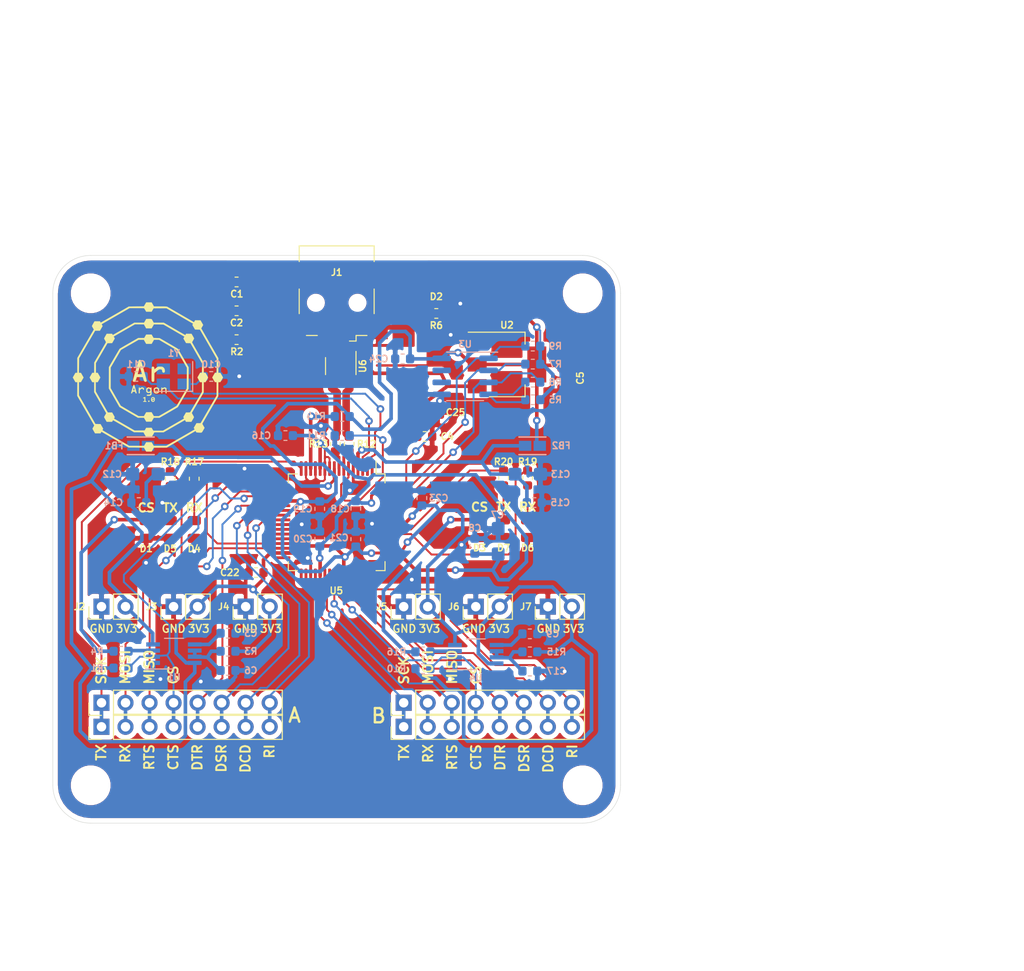
<source format=kicad_pcb>
(kicad_pcb (version 20171130) (host pcbnew "(5.1.6)-1")
  (layers (0 F.Cu signal) (31 B.Cu signal) (34 B.Paste user hide) (35 F.Paste user hide) (36 B.SilkS user) (37 F.SilkS user) (38 B.Mask user hide) (39 F.Mask user hide) (44 Edge.Cuts user))
  (net 0 "")
  (net 1 GND)
  (net 2 "Net-(C3-Pad1)")
  (net 3 "Net-(C6-Pad1)")
  (net 4 "Net-(D1-Pad2)")
  (net 5 "Net-(J1-Pad2)")
  (net 6 "Net-(J1-Pad3)")
  (net 7 "Net-(R7-Pad1)")
  (net 8 "Net-(R9-Pad1)")
  (net 9 "Net-(R11-Pad2)")
  (net 10 "Net-(S1-Pad8)")
  (net 11 "Net-(S1-Pad7)")
  (net 12 "Net-(S1-Pad6)")
  (net 13 "Net-(S1-Pad5)")
  (net 14 "Net-(S1-Pad3)")
  (net 15 "Net-(S1-Pad2)")
  (net 16 "Net-(S1-Pad1)")
  (net 17 "Net-(C1-Pad2)")
  (net 18 V3V3)
  (net 19 VCORE)
  (net 20 "Net-(C9-Pad1)")
  (net 21 "Net-(C10-Pad1)")
  (net 22 "Net-(C11-Pad1)")
  (net 23 "Net-(C12-Pad1)")
  (net 24 "Net-(C13-Pad1)")
  (net 25 "Net-(C17-Pad1)")
  (net 26 "Net-(D2-Pad2)")
  (net 27 "Net-(D3-Pad2)")
  (net 28 "Net-(D4-Pad2)")
  (net 29 "Net-(D5-Pad2)")
  (net 30 "Net-(D6-Pad2)")
  (net 31 "Net-(D7-Pad2)")
  (net 32 CS_A)
  (net 33 "Net-(R4-Pad2)")
  (net 34 "Net-(R5-Pad1)")
  (net 35 "Net-(R8-Pad1)")
  (net 36 CS_B)
  (net 37 "Net-(R12-Pad1)")
  (net 38 "Net-(R13-Pad1)")
  (net 39 "Net-(R14-Pad2)")
  (net 40 "Net-(R16-Pad2)")
  (net 41 LED_RX_A)
  (net 42 LED_TX_A)
  (net 43 LED_RX_B)
  (net 44 LED_TX_B)
  (net 45 "Net-(S2-Pad8)")
  (net 46 "Net-(S2-Pad7)")
  (net 47 "Net-(S2-Pad6)")
  (net 48 "Net-(S2-Pad5)")
  (net 49 "Net-(S2-Pad3)")
  (net 50 "Net-(S2-Pad2)")
  (net 51 "Net-(S2-Pad1)")
  (net 52 VBUS)
  (net 53 "Net-(R12-Pad2)")
  (net 54 "Net-(R13-Pad2)")
  (module argon:CP_EIA-3216-18_Kemet-A (layer F.Cu) (at 156.511 83.639)
    (fp_text reference C25 (at 3.255 0) (layer F.SilkS) (effects (font (size 0.7 0.7))))
    (fp_text value 22uF)
    (pad 1 smd roundrect (at -1.35 0) (size 1.4 1.35) (layers F.Cu F.Paste F.Mask) (roundrect_rratio 0.185185) (net 52 VBUS))
    (pad 2 smd roundrect (at 1.35 0) (size 1.4 1.35) (layers F.Cu F.Paste F.Mask) (roundrect_rratio 0.185185) (net 1 GND))
  )
  (module argon:CP_EIA-3216-18_Kemet-A (layer F.Cu) (at 171.196 80.01 270)
    (fp_text reference C5 (at 0 -1.75 90) (layer F.SilkS) (effects (font (size 0.7 0.7))))
    (fp_text value 22uF)
    (pad 1 smd roundrect (at -1.35 0 270) (size 1.4 1.35) (layers F.Cu F.Paste F.Mask) (roundrect_rratio 0.185185) (net 18 V3V3))
    (pad 2 smd roundrect (at 1.35 0 270) (size 1.4 1.35) (layers F.Cu F.Paste F.Mask) (roundrect_rratio 0.185185) (net 1 GND))
  )
  (module argon:CP_EIA-3216-18_Kemet-A (layer B.Cu) (at 167.394 90.166)
    (fp_text reference C13 (at 3.476 0) (layer B.SilkS) (effects (font (size 0.7 0.7)) (justify mirror)))
    (fp_text value 4.7uF)
    (pad 1 smd roundrect (at -1.35 0) (size 1.4 1.35) (layers B.Cu B.Paste B.Mask) (roundrect_rratio 0.185185) (net 24 "Net-(C13-Pad1)"))
    (pad 2 smd roundrect (at 1.35 0) (size 1.4 1.35) (layers B.Cu B.Paste B.Mask) (roundrect_rratio 0.185185) (net 1 GND))
  )
  (module argon:CP_EIA-3216-18_Kemet-A (layer B.Cu) (at 126.992 90.166 180)
    (fp_text reference C12 (at 3.514 0) (layer B.SilkS) (effects (font (size 0.7 0.7)) (justify mirror)))
    (fp_text value 4.7uF)
    (pad 1 smd roundrect (at -1.35 0 180) (size 1.4 1.35) (layers B.Cu B.Paste B.Mask) (roundrect_rratio 0.185185) (net 23 "Net-(C12-Pad1)"))
    (pad 2 smd roundrect (at 1.35 0 180) (size 1.4 1.35) (layers B.Cu B.Paste B.Mask) (roundrect_rratio 0.185185) (net 1 GND))
  )
  (module argon:CP_EIA-3216-18_Kemet-A (layer B.Cu) (at 164.273 97.258 90)
    (fp_text reference C7 (at 2.792 -0.077 180) (layer B.SilkS) (effects (font (size 0.7 0.7)) (justify mirror)))
    (fp_text value 4.7uF)
    (pad 1 smd roundrect (at -1.35 0 90) (size 1.4 1.35) (layers B.Cu B.Paste B.Mask) (roundrect_rratio 0.185185) (net 19 VCORE))
    (pad 2 smd roundrect (at 1.35 0 90) (size 1.4 1.35) (layers B.Cu B.Paste B.Mask) (roundrect_rratio 0.185185) (net 1 GND))
  )
  (module argon:argon_logo2 (layer F.Cu) (at 127.254 79.883)
    (fp_text reference G*** hide)
    (fp_text value LOGO hide)
  )
  (module Package_TO_SOT_SMD:SOT-23-6 (layer F.Cu) (at 147.6375 78.74 270)
    (fp_text reference U6 (at 0 -2.322 90) (layer F.SilkS) (effects (font (size 0.7 0.7))))
    (fp_text value USBLC6-2SC6)
    (pad 5 smd rect (at 1.1 0 270) (size 1.06 0.65) (layers F.Cu F.Paste F.Mask) (net 52 VBUS))
    (pad 6 smd rect (at 1.1 -0.95 270) (size 1.06 0.65) (layers F.Cu F.Paste F.Mask) (net 53 "Net-(R12-Pad2)"))
    (pad 4 smd rect (at 1.1 0.95 270) (size 1.06 0.65) (layers F.Cu F.Paste F.Mask) (net 54 "Net-(R13-Pad2)"))
    (pad 3 smd rect (at -1.1 0.95 270) (size 1.06 0.65) (layers F.Cu F.Paste F.Mask) (net 6 "Net-(J1-Pad3)"))
    (pad 2 smd rect (at -1.1 0 270) (size 1.06 0.65) (layers F.Cu F.Paste F.Mask) (net 1 GND))
    (pad 1 smd rect (at -1.1 -0.95 270) (size 1.06 0.65) (layers F.Cu F.Paste F.Mask) (net 5 "Net-(J1-Pad2)"))
  )
  (module Package_QFP:LQFP-64_10x10mm_P0.5mm (layer F.Cu) (at 147.206 95.246 270)
    (fp_text reference U5 (at 7.2304 0.0384) (layer F.SilkS) (effects (font (size 0.7 0.7))))
    (fp_text value FT2232HL)
    (pad 64 smd roundrect (at -3.75 -5.675 270) (size 0.3 1.55) (layers F.Cu F.Paste F.Mask) (net 19 VCORE))
    (pad 63 smd roundrect (at -3.25 -5.675 270) (size 0.3 1.55) (layers F.Cu F.Paste F.Mask) (net 8 "Net-(R9-Pad1)"))
    (pad 62 smd roundrect (at -2.75 -5.675 270) (size 0.3 1.55) (layers F.Cu F.Paste F.Mask) (net 7 "Net-(R7-Pad1)"))
    (pad 61 smd roundrect (at -2.25 -5.675 270) (size 0.3 1.55) (layers F.Cu F.Paste F.Mask) (net 35 "Net-(R8-Pad1)"))
    (pad 60 smd roundrect (at -1.75 -5.675 270) (size 0.3 1.55) (layers F.Cu F.Paste F.Mask))
    (pad 59 smd roundrect (at -1.25 -5.675 270) (size 0.3 1.55) (layers F.Cu F.Paste F.Mask))
    (pad 58 smd roundrect (at -0.75 -5.675 270) (size 0.3 1.55) (layers F.Cu F.Paste F.Mask))
    (pad 57 smd roundrect (at -0.25 -5.675 270) (size 0.3 1.55) (layers F.Cu F.Paste F.Mask))
    (pad 56 smd roundrect (at 0.25 -5.675 270) (size 0.3 1.55) (layers F.Cu F.Paste F.Mask) (net 18 V3V3))
    (pad 55 smd roundrect (at 0.75 -5.675 270) (size 0.3 1.55) (layers F.Cu F.Paste F.Mask) (net 44 LED_TX_B))
    (pad 54 smd roundrect (at 1.25 -5.675 270) (size 0.3 1.55) (layers F.Cu F.Paste F.Mask) (net 43 LED_RX_B))
    (pad 53 smd roundrect (at 1.75 -5.675 270) (size 0.3 1.55) (layers F.Cu F.Paste F.Mask))
    (pad 52 smd roundrect (at 2.25 -5.675 270) (size 0.3 1.55) (layers F.Cu F.Paste F.Mask))
    (pad 51 smd roundrect (at 2.75 -5.675 270) (size 0.3 1.55) (layers F.Cu F.Paste F.Mask) (net 1 GND))
    (pad 50 smd roundrect (at 3.25 -5.675 270) (size 0.3 1.55) (layers F.Cu F.Paste F.Mask) (net 18 V3V3))
    (pad 49 smd roundrect (at 3.75 -5.675 270) (size 0.3 1.55) (layers F.Cu F.Paste F.Mask) (net 19 VCORE))
    (pad 48 smd roundrect (at 5.675 -3.75 270) (size 1.55 0.3) (layers F.Cu F.Paste F.Mask))
    (pad 47 smd roundrect (at 5.675 -3.25 270) (size 1.55 0.3) (layers F.Cu F.Paste F.Mask) (net 1 GND))
    (pad 46 smd roundrect (at 5.675 -2.75 270) (size 1.55 0.3) (layers F.Cu F.Paste F.Mask) (net 45 "Net-(S2-Pad8)"))
    (pad 45 smd roundrect (at 5.675 -2.25 270) (size 1.55 0.3) (layers F.Cu F.Paste F.Mask) (net 46 "Net-(S2-Pad7)"))
    (pad 44 smd roundrect (at 5.675 -1.75 270) (size 1.55 0.3) (layers F.Cu F.Paste F.Mask) (net 47 "Net-(S2-Pad6)"))
    (pad 43 smd roundrect (at 5.675 -1.25 270) (size 1.55 0.3) (layers F.Cu F.Paste F.Mask) (net 48 "Net-(S2-Pad5)"))
    (pad 42 smd roundrect (at 5.675 -0.75 270) (size 1.55 0.3) (layers F.Cu F.Paste F.Mask) (net 18 V3V3))
    (pad 41 smd roundrect (at 5.675 -0.25 270) (size 1.55 0.3) (layers F.Cu F.Paste F.Mask) (net 36 CS_B))
    (pad 40 smd roundrect (at 5.675 0.25 270) (size 1.55 0.3) (layers F.Cu F.Paste F.Mask) (net 49 "Net-(S2-Pad3)"))
    (pad 39 smd roundrect (at 5.675 0.75 270) (size 1.55 0.3) (layers F.Cu F.Paste F.Mask) (net 50 "Net-(S2-Pad2)"))
    (pad 38 smd roundrect (at 5.675 1.25 270) (size 1.55 0.3) (layers F.Cu F.Paste F.Mask) (net 51 "Net-(S2-Pad1)"))
    (pad 37 smd roundrect (at 5.675 1.75 270) (size 1.55 0.3) (layers F.Cu F.Paste F.Mask) (net 19 VCORE))
    (pad 36 smd roundrect (at 5.675 2.25 270) (size 1.55 0.3) (layers F.Cu F.Paste F.Mask))
    (pad 35 smd roundrect (at 5.675 2.75 270) (size 1.55 0.3) (layers F.Cu F.Paste F.Mask) (net 1 GND))
    (pad 34 smd roundrect (at 5.675 3.25 270) (size 1.55 0.3) (layers F.Cu F.Paste F.Mask))
    (pad 33 smd roundrect (at 5.675 3.75 270) (size 1.55 0.3) (layers F.Cu F.Paste F.Mask))
    (pad 32 smd roundrect (at 3.75 5.675 270) (size 0.3 1.55) (layers F.Cu F.Paste F.Mask))
    (pad 31 smd roundrect (at 3.25 5.675 270) (size 0.3 1.55) (layers F.Cu F.Paste F.Mask) (net 18 V3V3))
    (pad 30 smd roundrect (at 2.75 5.675 270) (size 0.3 1.55) (layers F.Cu F.Paste F.Mask) (net 42 LED_TX_A))
    (pad 29 smd roundrect (at 2.25 5.675 270) (size 0.3 1.55) (layers F.Cu F.Paste F.Mask) (net 41 LED_RX_A))
    (pad 28 smd roundrect (at 1.75 5.675 270) (size 0.3 1.55) (layers F.Cu F.Paste F.Mask))
    (pad 27 smd roundrect (at 1.25 5.675 270) (size 0.3 1.55) (layers F.Cu F.Paste F.Mask))
    (pad 26 smd roundrect (at 0.75 5.675 270) (size 0.3 1.55) (layers F.Cu F.Paste F.Mask))
    (pad 25 smd roundrect (at 0.25 5.675 270) (size 0.3 1.55) (layers F.Cu F.Paste F.Mask) (net 1 GND))
    (pad 24 smd roundrect (at -0.25 5.675 270) (size 0.3 1.55) (layers F.Cu F.Paste F.Mask) (net 10 "Net-(S1-Pad8)"))
    (pad 23 smd roundrect (at -0.75 5.675 270) (size 0.3 1.55) (layers F.Cu F.Paste F.Mask) (net 11 "Net-(S1-Pad7)"))
    (pad 22 smd roundrect (at -1.25 5.675 270) (size 0.3 1.55) (layers F.Cu F.Paste F.Mask) (net 12 "Net-(S1-Pad6)"))
    (pad 21 smd roundrect (at -1.75 5.675 270) (size 0.3 1.55) (layers F.Cu F.Paste F.Mask) (net 13 "Net-(S1-Pad5)"))
    (pad 20 smd roundrect (at -2.25 5.675 270) (size 0.3 1.55) (layers F.Cu F.Paste F.Mask) (net 18 V3V3))
    (pad 19 smd roundrect (at -2.75 5.675 270) (size 0.3 1.55) (layers F.Cu F.Paste F.Mask) (net 32 CS_A))
    (pad 18 smd roundrect (at -3.25 5.675 270) (size 0.3 1.55) (layers F.Cu F.Paste F.Mask) (net 14 "Net-(S1-Pad3)"))
    (pad 17 smd roundrect (at -3.75 5.675 270) (size 0.3 1.55) (layers F.Cu F.Paste F.Mask) (net 15 "Net-(S1-Pad2)"))
    (pad 16 smd roundrect (at -5.675 3.75 270) (size 1.55 0.3) (layers F.Cu F.Paste F.Mask) (net 16 "Net-(S1-Pad1)"))
    (pad 15 smd roundrect (at -5.675 3.25 270) (size 1.55 0.3) (layers F.Cu F.Paste F.Mask) (net 1 GND))
    (pad 14 smd roundrect (at -5.675 2.75 270) (size 1.55 0.3) (layers F.Cu F.Paste F.Mask) (net 39 "Net-(R14-Pad2)"))
    (pad 13 smd roundrect (at -5.675 2.25 270) (size 1.55 0.3) (layers F.Cu F.Paste F.Mask) (net 1 GND))
    (pad 12 smd roundrect (at -5.675 1.75 270) (size 1.55 0.3) (layers F.Cu F.Paste F.Mask) (net 19 VCORE))
    (pad 11 smd roundrect (at -5.675 1.25 270) (size 1.55 0.3) (layers F.Cu F.Paste F.Mask) (net 1 GND))
    (pad 10 smd roundrect (at -5.675 0.75 270) (size 1.55 0.3) (layers F.Cu F.Paste F.Mask) (net 1 GND))
    (pad 9 smd roundrect (at -5.675 0.25 270) (size 1.55 0.3) (layers F.Cu F.Paste F.Mask) (net 23 "Net-(C12-Pad1)"))
    (pad 8 smd roundrect (at -5.675 -0.25 270) (size 1.55 0.3) (layers F.Cu F.Paste F.Mask) (net 38 "Net-(R13-Pad1)"))
    (pad 7 smd roundrect (at -5.675 -0.75 270) (size 1.55 0.3) (layers F.Cu F.Paste F.Mask) (net 37 "Net-(R12-Pad1)"))
    (pad 6 smd roundrect (at -5.675 -1.25 270) (size 1.55 0.3) (layers F.Cu F.Paste F.Mask) (net 9 "Net-(R11-Pad2)"))
    (pad 5 smd roundrect (at -5.675 -1.75 270) (size 1.55 0.3) (layers F.Cu F.Paste F.Mask) (net 1 GND))
    (pad 4 smd roundrect (at -5.675 -2.25 270) (size 1.55 0.3) (layers F.Cu F.Paste F.Mask) (net 24 "Net-(C13-Pad1)"))
    (pad 3 smd roundrect (at -5.675 -2.75 270) (size 1.55 0.3) (layers F.Cu F.Paste F.Mask) (net 22 "Net-(C11-Pad1)"))
    (pad 2 smd roundrect (at -5.675 -3.25 270) (size 1.55 0.3) (layers F.Cu F.Paste F.Mask) (net 21 "Net-(C10-Pad1)"))
    (pad 1 smd roundrect (at -5.675 -3.75 270) (size 1.55 0.3) (layers F.Cu F.Paste F.Mask) (net 1 GND))
  )
  (module Connector_PinHeader_2.54mm:PinHeader_1x02_P2.54mm_Vertical (layer F.Cu) (at 169.526 104.166 90)
    (fp_text reference J7 (at 0 -2.33 180) (layer F.SilkS) (effects (font (size 0.7 0.7))))
    (fp_text value V3V3-GND)
    (pad 1 thru_hole rect (at 0 0 90) (size 1.7 1.7) (drill 1) (layers *.Cu *.Mask) (net 1 GND))
    (pad 2 thru_hole oval (at 0 2.54 90) (size 1.7 1.7) (drill 1) (layers *.Cu *.Mask) (net 18 V3V3))
  )
  (module Connector_PinHeader_2.54mm:PinHeader_1x02_P2.54mm_Vertical (layer F.Cu) (at 161.906 104.166 90)
    (fp_text reference J6 (at 0 -2.33 180) (layer F.SilkS) (effects (font (size 0.7 0.7))))
    (fp_text value V3V3-GND)
    (pad 1 thru_hole rect (at 0 0 90) (size 1.7 1.7) (drill 1) (layers *.Cu *.Mask) (net 1 GND))
    (pad 2 thru_hole oval (at 0 2.54 90) (size 1.7 1.7) (drill 1) (layers *.Cu *.Mask) (net 18 V3V3))
  )
  (module Package_SO:VSSOP-8_3.0x3.0mm_P0.65mm (layer B.Cu) (at 161.906 109.198)
    (fp_text reference U4 (at 0 2.5) (layer B.SilkS) (effects (font (size 0.7 0.7)) (justify mirror)))
    (fp_text value LMC555xM)
    (pad 1 smd rect (at -2.2 0.975 90) (size 0.45 1.45) (layers B.Cu B.Paste B.Mask) (net 1 GND))
    (pad 2 smd rect (at -2.2 0.325 90) (size 0.45 1.45) (layers B.Cu B.Paste B.Mask) (net 36 CS_B))
    (pad 3 smd rect (at -2.2 -0.325 90) (size 0.45 1.45) (layers B.Cu B.Paste B.Mask) (net 40 "Net-(R16-Pad2)"))
    (pad 4 smd rect (at -2.2 -0.975 90) (size 0.45 1.45) (layers B.Cu B.Paste B.Mask) (net 18 V3V3))
    (pad 5 smd rect (at 2.2 -0.975 90) (size 0.45 1.45) (layers B.Cu B.Paste B.Mask) (net 20 "Net-(C9-Pad1)"))
    (pad 6 smd rect (at 2.2 -0.325 90) (size 0.45 1.45) (layers B.Cu B.Paste B.Mask) (net 25 "Net-(C17-Pad1)"))
    (pad 7 smd rect (at 2.2 0.325 90) (size 0.45 1.45) (layers B.Cu B.Paste B.Mask) (net 25 "Net-(C17-Pad1)"))
    (pad 8 smd rect (at 2.2 0.975 90) (size 0.45 1.45) (layers B.Cu B.Paste B.Mask) (net 18 V3V3))
  )
  (module Package_SO:VSSOP-8_3.0x3.0mm_P0.65mm (layer B.Cu) (at 130.0035 109.1345)
    (fp_text reference U1 (at 0 2.5) (layer B.SilkS) (effects (font (size 0.7 0.7)) (justify mirror)))
    (fp_text value LMC555xM)
    (pad 1 smd rect (at -2.2 0.975 90) (size 0.45 1.45) (layers B.Cu B.Paste B.Mask) (net 1 GND))
    (pad 2 smd rect (at -2.2 0.325 90) (size 0.45 1.45) (layers B.Cu B.Paste B.Mask) (net 32 CS_A))
    (pad 3 smd rect (at -2.2 -0.325 90) (size 0.45 1.45) (layers B.Cu B.Paste B.Mask) (net 33 "Net-(R4-Pad2)"))
    (pad 4 smd rect (at -2.2 -0.975 90) (size 0.45 1.45) (layers B.Cu B.Paste B.Mask) (net 18 V3V3))
    (pad 5 smd rect (at 2.2 -0.975 90) (size 0.45 1.45) (layers B.Cu B.Paste B.Mask) (net 2 "Net-(C3-Pad1)"))
    (pad 6 smd rect (at 2.2 -0.325 90) (size 0.45 1.45) (layers B.Cu B.Paste B.Mask) (net 3 "Net-(C6-Pad1)"))
    (pad 7 smd rect (at 2.2 0.325 90) (size 0.45 1.45) (layers B.Cu B.Paste B.Mask) (net 3 "Net-(C6-Pad1)"))
    (pad 8 smd rect (at 2.2 0.975 90) (size 0.45 1.45) (layers B.Cu B.Paste B.Mask) (net 18 V3V3))
  )
  (module benzene:LED_0805_2012Metric (layer F.Cu) (at 164.846 95.926 90)
    (fp_text reference D7 (at -2.032 0 180) (layer F.SilkS) (effects (font (size 0.7 0.7))))
    (fp_text value LED)
    (pad 2 smd roundrect (at 0.9375 0 90) (size 0.975 1.4) (layers F.Cu F.Paste F.Mask) (net 31 "Net-(D7-Pad2)"))
    (pad 1 smd roundrect (at -0.9375 0 90) (size 0.975 1.4) (layers F.Cu F.Paste F.Mask) (net 1 GND))
  )
  (module benzene:LED_0805_2012Metric (layer F.Cu) (at 167.386 95.926 90)
    (fp_text reference D6 (at -2.032 0 180) (layer F.SilkS) (effects (font (size 0.7 0.7))))
    (fp_text value LED)
    (pad 2 smd roundrect (at 0.9375 0 90) (size 0.975 1.4) (layers F.Cu F.Paste F.Mask) (net 30 "Net-(D6-Pad2)"))
    (pad 1 smd roundrect (at -0.9375 0 90) (size 0.975 1.4) (layers F.Cu F.Paste F.Mask) (net 1 GND))
  )
  (module benzene:LED_0805_2012Metric (layer F.Cu) (at 129.61 96.006 90)
    (fp_text reference D5 (at -2.032 0 180) (layer F.SilkS) (effects (font (size 0.7 0.7))))
    (fp_text value LED)
    (pad 2 smd roundrect (at 0.9375 0 90) (size 0.975 1.4) (layers F.Cu F.Paste F.Mask) (net 29 "Net-(D5-Pad2)"))
    (pad 1 smd roundrect (at -0.9375 0 90) (size 0.975 1.4) (layers F.Cu F.Paste F.Mask) (net 1 GND))
  )
  (module benzene:LED_0805_2012Metric (layer F.Cu) (at 132.15 96.006 90)
    (fp_text reference D4 (at -2.032 0 180) (layer F.SilkS) (effects (font (size 0.7 0.7))))
    (fp_text value LED)
    (pad 2 smd roundrect (at 0.9375 0 90) (size 0.975 1.4) (layers F.Cu F.Paste F.Mask) (net 28 "Net-(D4-Pad2)"))
    (pad 1 smd roundrect (at -0.9375 0 90) (size 0.975 1.4) (layers F.Cu F.Paste F.Mask) (net 1 GND))
  )
  (module benzene:LED_0805_2012Metric (layer F.Cu) (at 162.306 95.926 90)
    (fp_text reference D3 (at -2.032 0 180) (layer F.SilkS) (effects (font (size 0.7 0.7))))
    (fp_text value LED)
    (pad 2 smd roundrect (at 0.9375 0 90) (size 0.975 1.4) (layers F.Cu F.Paste F.Mask) (net 27 "Net-(D3-Pad2)"))
    (pad 1 smd roundrect (at -0.9375 0 90) (size 0.975 1.4) (layers F.Cu F.Paste F.Mask) (net 1 GND))
  )
  (module benzene:LED_0805_2012Metric (layer F.Cu) (at 157.734 69.874 180)
    (fp_text reference D2 (at 0 -1.524) (layer F.SilkS) (effects (font (size 0.7 0.7))))
    (fp_text value LED)
    (pad 2 smd roundrect (at 0.9375 0 180) (size 0.975 1.4) (layers F.Cu F.Paste F.Mask) (net 26 "Net-(D2-Pad2)"))
    (pad 1 smd roundrect (at -0.9375 0 180) (size 0.975 1.4) (layers F.Cu F.Paste F.Mask) (net 1 GND))
  )
  (module benzene:LED_0805_2012Metric (layer F.Cu) (at 127.07 96.006 90)
    (fp_text reference D1 (at -2.032 0 180) (layer F.SilkS) (effects (font (size 0.7 0.7))))
    (fp_text value LED)
    (pad 2 smd roundrect (at 0.9375 0 90) (size 0.975 1.4) (layers F.Cu F.Paste F.Mask) (net 4 "Net-(D1-Pad2)"))
    (pad 1 smd roundrect (at -0.9375 0 90) (size 0.975 1.4) (layers F.Cu F.Paste F.Mask) (net 1 GND))
  )
  (module MountingHole:MountingHole_3.2mm_M3 (layer F.Cu) (at 173.206 123.046)
    (fp_text reference H4 hide)
    (fp_text value MountingHole)
    (pad 1 np_thru_hole circle (at 0 0) (size 3.2 3.2) (drill 3.2) (layers *.Cu *.Mask))
  )
  (module MountingHole:MountingHole_3.2mm_M3 (layer F.Cu) (at 121.206 123.046)
    (fp_text reference H3 hide)
    (fp_text value MountingHole)
    (pad 1 np_thru_hole circle (at 0 0) (size 3.2 3.2) (drill 3.2) (layers *.Cu *.Mask))
  )
  (module MountingHole:MountingHole_3.2mm_M3 (layer F.Cu) (at 173.206 71.046)
    (fp_text reference H2 hide)
    (fp_text value MountingHole)
    (pad 1 np_thru_hole circle (at 0 0) (size 3.2 3.2) (drill 3.2) (layers *.Cu *.Mask))
  )
  (module MountingHole:MountingHole_3.2mm_M3 (layer F.Cu) (at 121.206 71.046)
    (fp_text reference H1 hide)
    (fp_text value MountingHole)
    (pad 1 np_thru_hole circle (at 0 0) (size 3.2 3.2) (drill 3.2) (layers *.Cu *.Mask))
  )
  (module Connector_PinHeader_2.54mm:PinHeader_1x02_P2.54mm_Vertical (layer F.Cu) (at 154.286 104.166 90)
    (fp_text reference J5 (at 0 -2.33 180) (layer F.SilkS) (effects (font (size 0.7 0.7))))
    (fp_text value V3V3-GND)
    (pad 1 thru_hole rect (at 0 0 90) (size 1.7 1.7) (drill 1) (layers *.Cu *.Mask) (net 1 GND))
    (pad 2 thru_hole oval (at 0 2.54 90) (size 1.7 1.7) (drill 1) (layers *.Cu *.Mask) (net 18 V3V3))
  )
  (module Connector_PinHeader_2.54mm:PinHeader_1x02_P2.54mm_Vertical (layer F.Cu) (at 137.586 104.166 90)
    (fp_text reference J4 (at 0 -2.33 180) (layer F.SilkS) (effects (font (size 0.7 0.7))))
    (fp_text value V3V3-GND)
    (pad 1 thru_hole rect (at 0 0 90) (size 1.7 1.7) (drill 1) (layers *.Cu *.Mask) (net 1 GND))
    (pad 2 thru_hole oval (at 0 2.54 90) (size 1.7 1.7) (drill 1) (layers *.Cu *.Mask) (net 18 V3V3))
  )
  (module Package_TO_SOT_SMD:SOT-223-3_TabPin2 (layer F.Cu) (at 165.206 78.57)
    (fp_text reference U2 (at 0 -4.164) (layer F.SilkS) (effects (font (size 0.7 0.7))))
    (fp_text value AMS1117-3.3)
    (pad 1 smd rect (at -3.15 -2.3) (size 2 1.5) (layers F.Cu F.Paste F.Mask) (net 1 GND))
    (pad 3 smd rect (at -3.15 2.3) (size 2 1.5) (layers F.Cu F.Paste F.Mask) (net 52 VBUS))
    (pad 2 smd rect (at -3.15 0) (size 2 1.5) (layers F.Cu F.Paste F.Mask) (net 18 V3V3))
    (pad 2 smd rect (at 3.15 0) (size 2 3.8) (layers F.Cu F.Paste F.Mask) (net 18 V3V3))
  )
  (module Resistor_SMD:R_0603_1608Metric (layer F.Cu) (at 164.846 90.5665 90)
    (fp_text reference R20 (at 1.7165 0 180) (layer F.SilkS) (effects (font (size 0.7 0.7))))
    (fp_text value 220R)
    (pad 2 smd roundrect (at 0.7875 0 90) (size 0.875 0.95) (layers F.Cu F.Paste F.Mask) (net 44 LED_TX_B))
    (pad 1 smd roundrect (at -0.7875 0 90) (size 0.875 0.95) (layers F.Cu F.Paste F.Mask) (net 31 "Net-(D7-Pad2)"))
  )
  (module Resistor_SMD:R_0603_1608Metric (layer F.Cu) (at 167.386 90.5665 90)
    (fp_text reference R19 (at 1.7165 0 180) (layer F.SilkS) (effects (font (size 0.7 0.7))))
    (fp_text value 220R)
    (pad 2 smd roundrect (at 0.7875 0 90) (size 0.875 0.95) (layers F.Cu F.Paste F.Mask) (net 43 LED_RX_B))
    (pad 1 smd roundrect (at -0.7875 0 90) (size 0.875 0.95) (layers F.Cu F.Paste F.Mask) (net 30 "Net-(D6-Pad2)"))
  )
  (module Resistor_SMD:R_0603_1608Metric (layer F.Cu) (at 129.61 90.6465 90)
    (fp_text reference R18 (at 1.7965 0.0192 180) (layer F.SilkS) (effects (font (size 0.7 0.7))))
    (fp_text value 220R)
    (pad 2 smd roundrect (at 0.7875 0 90) (size 0.875 0.95) (layers F.Cu F.Paste F.Mask) (net 42 LED_TX_A))
    (pad 1 smd roundrect (at -0.7875 0 90) (size 0.875 0.95) (layers F.Cu F.Paste F.Mask) (net 29 "Net-(D5-Pad2)"))
  )
  (module Resistor_SMD:R_0603_1608Metric (layer F.Cu) (at 132.15 90.6465 90)
    (fp_text reference R17 (at 1.7965 0.0192 180) (layer F.SilkS) (effects (font (size 0.7 0.7))))
    (fp_text value 220R)
    (pad 2 smd roundrect (at 0.7875 0 90) (size 0.875 0.95) (layers F.Cu F.Paste F.Mask) (net 41 LED_RX_A))
    (pad 1 smd roundrect (at -0.7875 0 90) (size 0.875 0.95) (layers F.Cu F.Paste F.Mask) (net 28 "Net-(D4-Pad2)"))
  )
  (module Resistor_SMD:R_0603_1608Metric (layer B.Cu) (at 156.318 108.944)
    (fp_text reference R16 (at -2.794 0) (layer B.SilkS) (effects (font (size 0.7 0.7)) (justify mirror)))
    (fp_text value 330R)
    (pad 1 smd roundrect (at -0.7875 0) (size 0.875 0.95) (layers B.Cu B.Paste B.Mask) (net 27 "Net-(D3-Pad2)"))
    (pad 2 smd roundrect (at 0.7875 0) (size 0.875 0.95) (layers B.Cu B.Paste B.Mask) (net 40 "Net-(R16-Pad2)"))
  )
  (module Resistor_SMD:R_0603_1608Metric (layer B.Cu) (at 167.621 108.944 180)
    (fp_text reference R15 (at -2.813 0 180) (layer B.SilkS) (effects (font (size 0.7 0.7)) (justify mirror)))
    (fp_text value 1M)
    (pad 1 smd roundrect (at -0.7875 0 180) (size 0.875 0.95) (layers B.Cu B.Paste B.Mask) (net 18 V3V3))
    (pad 2 smd roundrect (at 0.7875 0 180) (size 0.875 0.95) (layers B.Cu B.Paste B.Mask) (net 25 "Net-(C17-Pad1)"))
  )
  (module Resistor_SMD:R_0603_1608Metric (layer B.Cu) (at 156.318 110.722 180)
    (fp_text reference R10 (at 2.794 0) (layer B.SilkS) (effects (font (size 0.7 0.7)) (justify mirror)))
    (fp_text value 1.5K)
    (pad 1 smd roundrect (at -0.7875 0 180) (size 0.875 0.95) (layers B.Cu B.Paste B.Mask) (net 36 CS_B))
    (pad 2 smd roundrect (at 0.7875 0 180) (size 0.875 0.95) (layers B.Cu B.Paste B.Mask) (net 18 V3V3))
  )
  (module Resistor_SMD:R_0603_1608Metric (layer F.Cu) (at 157.734 73.176)
    (fp_text reference R6 (at 0 1.27) (layer F.SilkS) (effects (font (size 0.7 0.7))))
    (fp_text value 220R)
    (pad 2 smd roundrect (at 0.7875 0) (size 0.875 0.95) (layers F.Cu F.Paste F.Mask) (net 18 V3V3))
    (pad 1 smd roundrect (at -0.7875 0) (size 0.875 0.95) (layers F.Cu F.Paste F.Mask) (net 26 "Net-(D2-Pad2)"))
  )
  (module Resistor_SMD:R_0603_1608Metric (layer F.Cu) (at 136.6265 75.946 180)
    (fp_text reference R2 (at -0.0255 -1.27) (layer F.SilkS) (effects (font (size 0.7 0.7))))
    (fp_text value 120R)
    (pad 2 smd roundrect (at 0.7875 0 180) (size 0.875 0.95) (layers F.Cu F.Paste F.Mask) (net 1 GND))
    (pad 1 smd roundrect (at -0.7875 0 180) (size 0.875 0.95) (layers F.Cu F.Paste F.Mask) (net 17 "Net-(C1-Pad2)"))
  )
  (module Connector_PinHeader_2.54mm:PinHeader_1x02_P2.54mm_Vertical (layer F.Cu) (at 129.966 104.166 90)
    (fp_text reference J3 (at 0 -2.33 180) (layer F.SilkS) (effects (font (size 0.7 0.7))))
    (fp_text value V3V3-GND)
    (pad 1 thru_hole rect (at 0 0 90) (size 1.7 1.7) (drill 1) (layers *.Cu *.Mask) (net 1 GND))
    (pad 2 thru_hole oval (at 0 2.54 90) (size 1.7 1.7) (drill 1) (layers *.Cu *.Mask) (net 18 V3V3))
  )
  (module FBead_Murata_BLM18AG601SN1D:Murata-BLM18-0.15-t0.8-0-0-IPC_A (layer B.Cu) (at 167.894 87.166)
    (fp_text reference FB2 (at 1.958 -0.018) (layer B.SilkS) (effects (font (size 0.7 0.7)) (justify right mirror)))
    (fp_text value 600R/0.5A hide)
    (pad 1 smd rect (at -0.776082 0) (size 1.306056 1.05822) (layers B.Cu B.Paste B.Mask) (net 24 "Net-(C13-Pad1)"))
    (pad 2 smd rect (at 0.776082 0) (size 1.306056 1.05822) (layers B.Cu B.Paste B.Mask) (net 18 V3V3))
  )
  (module FBead_Murata_BLM18AG601SN1D:Murata-BLM18-0.15-t0.8-0-0-IPC_A (layer B.Cu) (at 126.492 87.166 180)
    (fp_text reference FB1 (at 1.73 0) (layer B.SilkS) (effects (font (size 0.7 0.7)) (justify left mirror)))
    (fp_text value 600R/0.5A)
    (pad 1 smd rect (at -0.776082 0 180) (size 1.306056 1.05822) (layers B.Cu B.Paste B.Mask) (net 23 "Net-(C12-Pad1)"))
    (pad 2 smd rect (at 0.776082 0 180) (size 1.306056 1.05822) (layers B.Cu B.Paste B.Mask) (net 18 V3V3))
  )
  (module Capacitor_SMD:C_0603_1608Metric (layer B.Cu) (at 154.178 77.978)
    (fp_text reference C24 (at -2.54 0) (layer B.SilkS) (effects (font (size 0.7 0.7)) (justify mirror)))
    (fp_text value 100nF)
    (pad 2 smd roundrect (at 0.7875 0) (size 0.875 0.95) (layers B.Cu B.Paste B.Mask) (net 18 V3V3))
    (pad 1 smd roundrect (at -0.7875 0) (size 0.875 0.95) (layers B.Cu B.Paste B.Mask) (net 1 GND))
  )
  (module Capacitor_SMD:C_0603_1608Metric (layer B.Cu) (at 156.21 92.688 270)
    (fp_text reference C23 (at 0 -1.778 180) (layer B.SilkS) (effects (font (size 0.7 0.7)) (justify mirror)))
    (fp_text value 100nF)
    (pad 1 smd roundrect (at -0.7875 0 270) (size 0.875 0.95) (layers B.Cu B.Paste B.Mask) (net 1 GND))
    (pad 2 smd roundrect (at 0.7875 0 270) (size 0.875 0.95) (layers B.Cu B.Paste B.Mask) (net 18 V3V3))
  )
  (module Capacitor_SMD:C_0603_1608Metric (layer F.Cu) (at 138.684 100.562)
    (fp_text reference C22 (at -2.7685 0) (layer F.SilkS) (effects (font (size 0.7 0.7))))
    (fp_text value 100nF)
    (pad 2 smd roundrect (at 0.7875 0) (size 0.875 0.95) (layers F.Cu F.Paste F.Mask) (net 18 V3V3))
    (pad 1 smd roundrect (at -0.7875 0) (size 0.875 0.95) (layers F.Cu F.Paste F.Mask) (net 1 GND))
  )
  (module Capacitor_SMD:C_0603_1608Metric (layer B.Cu) (at 149.225 97.0315 270)
    (fp_text reference C21 (at -0.1525 1.778 180) (layer B.SilkS) (effects (font (size 0.7 0.7)) (justify mirror)))
    (fp_text value 100nF)
    (pad 2 smd roundrect (at 0.7875 0 270) (size 0.875 0.95) (layers B.Cu B.Paste B.Mask) (net 18 V3V3))
    (pad 1 smd roundrect (at -0.7875 0 270) (size 0.875 0.95) (layers B.Cu B.Paste B.Mask) (net 1 GND))
  )
  (module Capacitor_SMD:C_0603_1608Metric (layer B.Cu) (at 145.415 97.006 270)
    (fp_text reference C20 (at 0 1.778 180) (layer B.SilkS) (effects (font (size 0.7 0.7)) (justify mirror)))
    (fp_text value 100nF)
    (pad 1 smd roundrect (at -0.7875 0 270) (size 0.875 0.95) (layers B.Cu B.Paste B.Mask) (net 1 GND))
    (pad 2 smd roundrect (at 0.7875 0 270) (size 0.875 0.95) (layers B.Cu B.Paste B.Mask) (net 19 VCORE))
  )
  (module Capacitor_SMD:C_0603_1608Metric (layer B.Cu) (at 145.415 93.831 90)
    (fp_text reference C19 (at 0 -1.778 180) (layer B.SilkS) (effects (font (size 0.7 0.7)) (justify mirror)))
    (fp_text value 100nF)
    (pad 2 smd roundrect (at 0.7875 0 90) (size 0.875 0.95) (layers B.Cu B.Paste B.Mask) (net 18 V3V3))
    (pad 1 smd roundrect (at -0.7875 0 90) (size 0.875 0.95) (layers B.Cu B.Paste B.Mask) (net 1 GND))
  )
  (module Capacitor_SMD:C_0603_1608Metric (layer B.Cu) (at 149.225 93.8055 90)
    (fp_text reference C18 (at -0.0255 -1.651 180) (layer B.SilkS) (effects (font (size 0.7 0.7)) (justify mirror)))
    (fp_text value 100nF)
    (pad 2 smd roundrect (at 0.7875 0 90) (size 0.875 0.95) (layers B.Cu B.Paste B.Mask) (net 19 VCORE))
    (pad 1 smd roundrect (at -0.7875 0 90) (size 0.875 0.95) (layers B.Cu B.Paste B.Mask) (net 1 GND))
  )
  (module Capacitor_SMD:C_0603_1608Metric (layer B.Cu) (at 167.621 110.976)
    (fp_text reference C17 (at 2.8195 0) (layer B.SilkS) (effects (font (size 0.7 0.7)) (justify mirror)))
    (fp_text value 100nF)
    (pad 1 smd roundrect (at -0.7875 0) (size 0.875 0.95) (layers B.Cu B.Paste B.Mask) (net 25 "Net-(C17-Pad1)"))
    (pad 2 smd roundrect (at 0.7875 0) (size 0.875 0.95) (layers B.Cu B.Paste B.Mask) (net 1 GND))
  )
  (module Capacitor_SMD:C_0603_1608Metric (layer B.Cu) (at 141.79 86.084)
    (fp_text reference C16 (at -2.54 0) (layer B.SilkS) (effects (font (size 0.7 0.7)) (justify mirror)))
    (fp_text value 100nF)
    (pad 2 smd roundrect (at 0.7875 0) (size 0.875 0.95) (layers B.Cu B.Paste B.Mask) (net 19 VCORE))
    (pad 1 smd roundrect (at -0.7875 0) (size 0.875 0.95) (layers B.Cu B.Paste B.Mask) (net 1 GND))
  )
  (module Capacitor_SMD:C_0603_1608Metric (layer B.Cu) (at 168.094 93.166 180)
    (fp_text reference C15 (at -2.746 0) (layer B.SilkS) (effects (font (size 0.7 0.7)) (justify mirror)))
    (fp_text value 100nF)
    (pad 2 smd roundrect (at 0.7875 0 180) (size 0.875 0.95) (layers B.Cu B.Paste B.Mask) (net 24 "Net-(C13-Pad1)"))
    (pad 1 smd roundrect (at -0.7875 0 180) (size 0.875 0.95) (layers B.Cu B.Paste B.Mask) (net 1 GND))
  )
  (module Capacitor_SMD:C_0603_1608Metric (layer B.Cu) (at 126.292 93.166)
    (fp_text reference C14 (at -2.6975 0) (layer B.SilkS) (effects (font (size 0.7 0.7)) (justify mirror)))
    (fp_text value 100nF)
    (pad 2 smd roundrect (at 0.7875 0) (size 0.875 0.95) (layers B.Cu B.Paste B.Mask) (net 23 "Net-(C12-Pad1)"))
    (pad 1 smd roundrect (at -0.7875 0) (size 0.875 0.95) (layers B.Cu B.Paste B.Mask) (net 1 GND))
  )
  (module Capacitor_SMD:C_0603_1608Metric (layer B.Cu) (at 167.621 107.039)
    (fp_text reference C9 (at 2.413 0) (layer B.SilkS) (effects (font (size 0.7 0.7)) (justify mirror)))
    (fp_text value 10nF)
    (pad 1 smd roundrect (at -0.7875 0) (size 0.875 0.95) (layers B.Cu B.Paste B.Mask) (net 20 "Net-(C9-Pad1)"))
    (pad 2 smd roundrect (at 0.7875 0) (size 0.875 0.95) (layers B.Cu B.Paste B.Mask) (net 1 GND))
  )
  (module Capacitor_SMD:C_0603_1608Metric (layer B.Cu) (at 161.798 97.768 270)
    (fp_text reference C8 (at -1.905 0 180) (layer B.SilkS) (effects (font (size 0.7 0.7)) (justify mirror)))
    (fp_text value 100nF)
    (pad 2 smd roundrect (at 0.7875 0 270) (size 0.875 0.95) (layers B.Cu B.Paste B.Mask) (net 19 VCORE))
    (pad 1 smd roundrect (at -0.7875 0 270) (size 0.875 0.95) (layers B.Cu B.Paste B.Mask) (net 1 GND))
  )
  (module Capacitor_SMD:C_0603_1608Metric (layer F.Cu) (at 136.6265 72.898)
    (fp_text reference C2 (at 0 1.27) (layer F.SilkS) (effects (font (size 0.7 0.7))))
    (fp_text value 10nF)
    (pad 2 smd roundrect (at 0.7875 0) (size 0.875 0.95) (layers F.Cu F.Paste F.Mask) (net 17 "Net-(C1-Pad2)"))
    (pad 1 smd roundrect (at -0.7875 0) (size 0.875 0.95) (layers F.Cu F.Paste F.Mask) (net 1 GND))
  )
  (module Capacitor_SMD:C_0603_1608Metric (layer F.Cu) (at 136.6265 69.85)
    (fp_text reference C1 (at 0.0255 1.27) (layer F.SilkS) (effects (font (size 0.7 0.7))))
    (fp_text value 100nF)
    (pad 2 smd roundrect (at 0.7875 0) (size 0.875 0.95) (layers F.Cu F.Paste F.Mask) (net 17 "Net-(C1-Pad2)"))
    (pad 1 smd roundrect (at -0.7875 0) (size 0.875 0.95) (layers F.Cu F.Paste F.Mask) (net 1 GND))
  )
  (module Connector_PinHeader_2.54mm:PinHeader_1x02_P2.54mm_Vertical (layer F.Cu) (at 122.346 104.166 90)
    (fp_text reference J2 (at 0 -2.33 180) (layer F.SilkS) (effects (font (size 0.7 0.7))))
    (fp_text value V3V3-GND)
    (pad 2 thru_hole oval (at 0 2.54 90) (size 1.7 1.7) (drill 1) (layers *.Cu *.Mask) (net 18 V3V3))
    (pad 1 thru_hole rect (at 0 0 90) (size 1.7 1.7) (drill 1) (layers *.Cu *.Mask) (net 1 GND))
  )
  (module Connector_USB:USB_Mini-B_Wuerth_65100516121_Horizontal (layer F.Cu) (at 147.206 72.046 180)
    (fp_text reference J1 (at 0 3.212) (layer F.SilkS) (effects (font (size 0.7 0.7))))
    (fp_text value USB)
    (pad "" np_thru_hole circle (at 2.2 0 180) (size 0.9 0.9) (drill 0.9) (layers *.Cu *.Mask))
    (pad "" np_thru_hole circle (at -2.2 0 180) (size 0.9 0.9) (drill 0.9) (layers *.Cu *.Mask))
    (pad 5 smd rect (at 1.6 -2.6 180) (size 0.5 2.5) (layers F.Cu F.Paste F.Mask) (net 1 GND))
    (pad 4 smd rect (at 0.8 -2.6 180) (size 0.5 2.5) (layers F.Cu F.Paste F.Mask))
    (pad 3 smd rect (at 0 -2.6 180) (size 0.5 2.5) (layers F.Cu F.Paste F.Mask) (net 6 "Net-(J1-Pad3)"))
    (pad 2 smd rect (at -0.8 -2.6 180) (size 0.5 2.5) (layers F.Cu F.Paste F.Mask) (net 5 "Net-(J1-Pad2)"))
    (pad 1 smd rect (at -1.6 -2.6 180) (size 0.5 2.5) (layers F.Cu F.Paste F.Mask) (net 52 VBUS))
    (pad 6 smd rect (at 4.4 -2.6 180) (size 2 2.5) (layers F.Cu F.Paste F.Mask) (net 17 "Net-(C1-Pad2)"))
    (pad 6 smd rect (at -4.4 -2.6 180) (size 2 2.5) (layers F.Cu F.Paste F.Mask) (net 17 "Net-(C1-Pad2)"))
    (pad 6 smd rect (at 4.4 2.9 180) (size 2 2.5) (layers F.Cu F.Paste F.Mask) (net 17 "Net-(C1-Pad2)"))
    (pad 6 smd rect (at -4.4 2.9 180) (size 2 2.5) (layers F.Cu F.Paste F.Mask) (net 17 "Net-(C1-Pad2)"))
  )
  (module Connector_PinHeader_2.54mm:PinHeader_1x08_P2.54mm_Vertical (layer F.Cu) (at 154.286 114.326 90)
    (fp_text reference S4 hide)
    (fp_text value Connector8_FTDI)
    (pad 1 thru_hole rect (at 0 0 90) (size 1.7 1.7) (drill 1) (layers *.Cu *.Mask) (net 51 "Net-(S2-Pad1)"))
    (pad 2 thru_hole oval (at 0 2.54 90) (size 1.7 1.7) (drill 1) (layers *.Cu *.Mask) (net 50 "Net-(S2-Pad2)"))
    (pad 3 thru_hole oval (at 0 5.08 90) (size 1.7 1.7) (drill 1) (layers *.Cu *.Mask) (net 49 "Net-(S2-Pad3)"))
    (pad 4 thru_hole oval (at 0 7.62 90) (size 1.7 1.7) (drill 1) (layers *.Cu *.Mask) (net 36 CS_B))
    (pad 5 thru_hole oval (at 0 10.16 90) (size 1.7 1.7) (drill 1) (layers *.Cu *.Mask) (net 48 "Net-(S2-Pad5)"))
    (pad 6 thru_hole oval (at 0 12.7 90) (size 1.7 1.7) (drill 1) (layers *.Cu *.Mask) (net 47 "Net-(S2-Pad6)"))
    (pad 7 thru_hole oval (at 0 15.24 90) (size 1.7 1.7) (drill 1) (layers *.Cu *.Mask) (net 46 "Net-(S2-Pad7)"))
    (pad 8 thru_hole oval (at 0 17.78 90) (size 1.7 1.7) (drill 1) (layers *.Cu *.Mask) (net 45 "Net-(S2-Pad8)"))
  )
  (module Connector_PinHeader_2.54mm:PinHeader_1x08_P2.54mm_Vertical (layer F.Cu) (at 154.286 116.866 90)
    (fp_text reference S2 hide)
    (fp_text value Connector8)
    (pad 1 thru_hole rect (at 0 0 90) (size 1.7 1.7) (drill 1) (layers *.Cu *.Mask) (net 51 "Net-(S2-Pad1)"))
    (pad 2 thru_hole oval (at 0 2.54 90) (size 1.7 1.7) (drill 1) (layers *.Cu *.Mask) (net 50 "Net-(S2-Pad2)"))
    (pad 3 thru_hole oval (at 0 5.08 90) (size 1.7 1.7) (drill 1) (layers *.Cu *.Mask) (net 49 "Net-(S2-Pad3)"))
    (pad 4 thru_hole oval (at 0 7.62 90) (size 1.7 1.7) (drill 1) (layers *.Cu *.Mask) (net 36 CS_B))
    (pad 5 thru_hole oval (at 0 10.16 90) (size 1.7 1.7) (drill 1) (layers *.Cu *.Mask) (net 48 "Net-(S2-Pad5)"))
    (pad 6 thru_hole oval (at 0 12.7 90) (size 1.7 1.7) (drill 1) (layers *.Cu *.Mask) (net 47 "Net-(S2-Pad6)"))
    (pad 7 thru_hole oval (at 0 15.24 90) (size 1.7 1.7) (drill 1) (layers *.Cu *.Mask) (net 46 "Net-(S2-Pad7)"))
    (pad 8 thru_hole oval (at 0 17.78 90) (size 1.7 1.7) (drill 1) (layers *.Cu *.Mask) (net 45 "Net-(S2-Pad8)"))
  )
  (module Connector_PinHeader_2.54mm:PinHeader_1x08_P2.54mm_Vertical (layer F.Cu) (at 122.346 114.326 90)
    (fp_text reference S3 hide)
    (fp_text value Connector8_FTDI)
    (pad 1 thru_hole rect (at 0 0 90) (size 1.7 1.7) (drill 1) (layers *.Cu *.Mask) (net 16 "Net-(S1-Pad1)"))
    (pad 2 thru_hole oval (at 0 2.54 90) (size 1.7 1.7) (drill 1) (layers *.Cu *.Mask) (net 15 "Net-(S1-Pad2)"))
    (pad 3 thru_hole oval (at 0 5.08 90) (size 1.7 1.7) (drill 1) (layers *.Cu *.Mask) (net 14 "Net-(S1-Pad3)"))
    (pad 4 thru_hole oval (at 0 7.62 90) (size 1.7 1.7) (drill 1) (layers *.Cu *.Mask) (net 32 CS_A))
    (pad 5 thru_hole oval (at 0 10.16 90) (size 1.7 1.7) (drill 1) (layers *.Cu *.Mask) (net 13 "Net-(S1-Pad5)"))
    (pad 6 thru_hole oval (at 0 12.7 90) (size 1.7 1.7) (drill 1) (layers *.Cu *.Mask) (net 12 "Net-(S1-Pad6)"))
    (pad 7 thru_hole oval (at 0 15.24 90) (size 1.7 1.7) (drill 1) (layers *.Cu *.Mask) (net 11 "Net-(S1-Pad7)"))
    (pad 8 thru_hole oval (at 0 17.78 90) (size 1.7 1.7) (drill 1) (layers *.Cu *.Mask) (net 10 "Net-(S1-Pad8)"))
  )
  (module Connector_PinHeader_2.54mm:PinHeader_1x08_P2.54mm_Vertical (layer F.Cu) (at 122.346 116.866 90)
    (fp_text reference S1 hide)
    (fp_text value Connector8)
    (pad 1 thru_hole rect (at 0 0 90) (size 1.7 1.7) (drill 1) (layers *.Cu *.Mask) (net 16 "Net-(S1-Pad1)"))
    (pad 2 thru_hole oval (at 0 2.54 90) (size 1.7 1.7) (drill 1) (layers *.Cu *.Mask) (net 15 "Net-(S1-Pad2)"))
    (pad 3 thru_hole oval (at 0 5.08 90) (size 1.7 1.7) (drill 1) (layers *.Cu *.Mask) (net 14 "Net-(S1-Pad3)"))
    (pad 4 thru_hole oval (at 0 7.62 90) (size 1.7 1.7) (drill 1) (layers *.Cu *.Mask) (net 32 CS_A))
    (pad 5 thru_hole oval (at 0 10.16 90) (size 1.7 1.7) (drill 1) (layers *.Cu *.Mask) (net 13 "Net-(S1-Pad5)"))
    (pad 6 thru_hole oval (at 0 12.7 90) (size 1.7 1.7) (drill 1) (layers *.Cu *.Mask) (net 12 "Net-(S1-Pad6)"))
    (pad 7 thru_hole oval (at 0 15.24 90) (size 1.7 1.7) (drill 1) (layers *.Cu *.Mask) (net 11 "Net-(S1-Pad7)"))
    (pad 8 thru_hole oval (at 0 17.78 90) (size 1.7 1.7) (drill 1) (layers *.Cu *.Mask) (net 10 "Net-(S1-Pad8)"))
  )
  (module Crystal:Crystal_SMD_SeikoEpson_TSX3225-4Pin_3.2x2.5mm (layer B.Cu) (at 129.9845 79.836 180)
    (fp_text reference Y1 (at 0 2.45) (layer B.SilkS) (effects (font (size 0.7 0.7)) (justify mirror)))
    (fp_text value 12Mhz)
    (pad 4 smd rect (at -1.1 0.8 180) (size 1.4 1.15) (layers B.Cu B.Paste B.Mask))
    (pad 3 smd rect (at 1.1 0.8 180) (size 1.4 1.15) (layers B.Cu B.Paste B.Mask))
    (pad 2 smd rect (at 1.1 -0.8 180) (size 1.4 1.15) (layers B.Cu B.Paste B.Mask) (net 22 "Net-(C11-Pad1)"))
    (pad 1 smd rect (at -1.1 -0.8 180) (size 1.4 1.15) (layers B.Cu B.Paste B.Mask) (net 21 "Net-(C10-Pad1)"))
  )
  (module Package_SO:SOIC-8_3.9x4.9mm_P1.27mm (layer B.Cu) (at 160.782 79.828 180)
    (fp_text reference U3 (at 0 3.4) (layer B.SilkS) (effects (font (size 0.7 0.7)) (justify mirror)))
    (fp_text value 93LCxxA)
    (pad 8 smd roundrect (at 2.475 1.905 180) (size 1.95 0.6) (layers B.Cu B.Paste B.Mask) (net 18 V3V3))
    (pad 7 smd roundrect (at 2.475 0.635 180) (size 1.95 0.6) (layers B.Cu B.Paste B.Mask))
    (pad 6 smd roundrect (at 2.475 -0.635 180) (size 1.95 0.6) (layers B.Cu B.Paste B.Mask))
    (pad 5 smd roundrect (at 2.475 -1.905 180) (size 1.95 0.6) (layers B.Cu B.Paste B.Mask) (net 1 GND))
    (pad 4 smd roundrect (at -2.475 -1.905 180) (size 1.95 0.6) (layers B.Cu B.Paste B.Mask) (net 34 "Net-(R5-Pad1)"))
    (pad 3 smd roundrect (at -2.475 -0.635 180) (size 1.95 0.6) (layers B.Cu B.Paste B.Mask) (net 35 "Net-(R8-Pad1)"))
    (pad 2 smd roundrect (at -2.475 0.635 180) (size 1.95 0.6) (layers B.Cu B.Paste B.Mask) (net 7 "Net-(R7-Pad1)"))
    (pad 1 smd roundrect (at -2.475 1.905 180) (size 1.95 0.6) (layers B.Cu B.Paste B.Mask) (net 8 "Net-(R9-Pad1)"))
  )
  (module Resistor_SMD:R_0603_1608Metric (layer B.Cu) (at 124.4155 108.8805)
    (fp_text reference R4 (at -2.54 0) (layer B.SilkS) (effects (font (size 0.7 0.7)) (justify mirror)))
    (fp_text value 330R)
    (pad 1 smd roundrect (at -0.7875 0) (size 0.875 0.95) (layers B.Cu B.Paste B.Mask) (net 4 "Net-(D1-Pad2)"))
    (pad 2 smd roundrect (at 0.7875 0) (size 0.875 0.95) (layers B.Cu B.Paste B.Mask) (net 33 "Net-(R4-Pad2)"))
  )
  (module Resistor_SMD:R_0603_1608Metric (layer B.Cu) (at 135.7185 108.8805 180)
    (fp_text reference R3 (at -2.413 0) (layer B.SilkS) (effects (font (size 0.7 0.7)) (justify mirror)))
    (fp_text value 1M)
    (pad 1 smd roundrect (at -0.7875 0 180) (size 0.875 0.95) (layers B.Cu B.Paste B.Mask) (net 18 V3V3))
    (pad 2 smd roundrect (at 0.7875 0 180) (size 0.875 0.95) (layers B.Cu B.Paste B.Mask) (net 3 "Net-(C6-Pad1)"))
  )
  (module Resistor_SMD:R_0603_1608Metric (layer B.Cu) (at 124.4155 110.6585 180)
    (fp_text reference R1 (at 2.54 0) (layer B.SilkS) (effects (font (size 0.7 0.7)) (justify mirror)))
    (fp_text value 1.5K)
    (pad 1 smd roundrect (at -0.7875 0 180) (size 0.875 0.95) (layers B.Cu B.Paste B.Mask) (net 32 CS_A))
    (pad 2 smd roundrect (at 0.7875 0 180) (size 0.875 0.95) (layers B.Cu B.Paste B.Mask) (net 18 V3V3))
  )
  (module Resistor_SMD:R_0603_1608Metric (layer B.Cu) (at 147.79 84.068 180)
    (fp_text reference R14 (at 2.756 0.032) (layer B.SilkS) (effects (font (size 0.7 0.7)) (justify mirror)))
    (fp_text value 1K)
    (pad 2 smd roundrect (at 0.7875 0 180) (size 0.875 0.95) (layers B.Cu B.Paste B.Mask) (net 39 "Net-(R14-Pad2)"))
    (pad 1 smd roundrect (at -0.7875 0 180) (size 0.875 0.95) (layers B.Cu B.Paste B.Mask) (net 18 V3V3))
  )
  (module Resistor_SMD:R_0603_1608Metric (layer F.Cu) (at 147.066 86.973 90)
    (fp_text reference R13 (at 0 -1.778) (layer F.SilkS) (effects (font (size 0.7 0.7))))
    (fp_text value 10R)
    (pad 2 smd roundrect (at 0.7875 0 90) (size 0.875 0.95) (layers F.Cu F.Paste F.Mask) (net 54 "Net-(R13-Pad2)"))
    (pad 1 smd roundrect (at -0.7875 0 90) (size 0.875 0.95) (layers F.Cu F.Paste F.Mask) (net 38 "Net-(R13-Pad1)"))
  )
  (module Resistor_SMD:R_0603_1608Metric (layer F.Cu) (at 148.5265 86.973 90)
    (fp_text reference R12 (at 0 1.8415) (layer F.SilkS) (effects (font (size 0.7 0.7))))
    (fp_text value 10R)
    (pad 2 smd roundrect (at 0.7875 0 90) (size 0.875 0.95) (layers F.Cu F.Paste F.Mask) (net 53 "Net-(R12-Pad2)"))
    (pad 1 smd roundrect (at -0.7875 0 90) (size 0.875 0.95) (layers F.Cu F.Paste F.Mask) (net 37 "Net-(R12-Pad1)"))
  )
  (module Resistor_SMD:R_0603_1608Metric (layer B.Cu) (at 147.79 86.084)
    (fp_text reference R11 (at -2.7685 0) (layer B.SilkS) (effects (font (size 0.7 0.7)) (justify mirror)))
    (fp_text value 12K)
    (pad 2 smd roundrect (at 0.7875 0) (size 0.875 0.95) (layers B.Cu B.Paste B.Mask) (net 9 "Net-(R11-Pad2)"))
    (pad 1 smd roundrect (at -0.7875 0) (size 0.875 0.95) (layers B.Cu B.Paste B.Mask) (net 1 GND))
  )
  (module Resistor_SMD:R_0603_1608Metric (layer B.Cu) (at 167.9315 76.629)
    (fp_text reference R9 (at 2.3875 0) (layer B.SilkS) (effects (font (size 0.7 0.7)) (justify mirror)))
    (fp_text value 10K)
    (pad 2 smd roundrect (at 0.7875 0) (size 0.875 0.95) (layers B.Cu B.Paste B.Mask) (net 18 V3V3))
    (pad 1 smd roundrect (at -0.7875 0) (size 0.875 0.95) (layers B.Cu B.Paste B.Mask) (net 8 "Net-(R9-Pad1)"))
  )
  (module Resistor_SMD:R_0603_1608Metric (layer B.Cu) (at 167.9315 80.439 180)
    (fp_text reference R8 (at -2.3875 0) (layer B.SilkS) (effects (font (size 0.7 0.7)) (justify mirror)))
    (fp_text value 2.2K)
    (pad 2 smd roundrect (at 0.7875 0 180) (size 0.875 0.95) (layers B.Cu B.Paste B.Mask) (net 34 "Net-(R5-Pad1)"))
    (pad 1 smd roundrect (at -0.7875 0 180) (size 0.875 0.95) (layers B.Cu B.Paste B.Mask) (net 35 "Net-(R8-Pad1)"))
  )
  (module Resistor_SMD:R_0603_1608Metric (layer B.Cu) (at 167.9315 78.534)
    (fp_text reference R7 (at 2.3875 0) (layer B.SilkS) (effects (font (size 0.7 0.7)) (justify mirror)))
    (fp_text value 10K)
    (pad 2 smd roundrect (at 0.7875 0) (size 0.875 0.95) (layers B.Cu B.Paste B.Mask) (net 18 V3V3))
    (pad 1 smd roundrect (at -0.7875 0) (size 0.875 0.95) (layers B.Cu B.Paste B.Mask) (net 7 "Net-(R7-Pad1)"))
  )
  (module Resistor_SMD:R_0603_1608Metric (layer B.Cu) (at 167.9315 82.296)
    (fp_text reference R5 (at 2.3875 0) (layer B.SilkS) (effects (font (size 0.7 0.7)) (justify mirror)))
    (fp_text value 10K)
    (pad 2 smd roundrect (at 0.7875 0) (size 0.875 0.95) (layers B.Cu B.Paste B.Mask) (net 18 V3V3))
    (pad 1 smd roundrect (at -0.7875 0) (size 0.875 0.95) (layers B.Cu B.Paste B.Mask) (net 34 "Net-(R5-Pad1)"))
  )
  (module Capacitor_SMD:C_0603_1608Metric (layer B.Cu) (at 135.7185 110.9125)
    (fp_text reference C6 (at 2.413 0) (layer B.SilkS) (effects (font (size 0.7 0.7)) (justify mirror)))
    (fp_text value 100nF)
    (pad 1 smd roundrect (at -0.7875 0) (size 0.875 0.95) (layers B.Cu B.Paste B.Mask) (net 3 "Net-(C6-Pad1)"))
    (pad 2 smd roundrect (at 0.7875 0) (size 0.875 0.95) (layers B.Cu B.Paste B.Mask) (net 1 GND))
  )
  (module Capacitor_SMD:C_0603_1608Metric (layer B.Cu) (at 135.7185 106.9755)
    (fp_text reference C3 (at 2.413 0) (layer B.SilkS) (effects (font (size 0.7 0.7)) (justify mirror)))
    (fp_text value 10nF)
    (pad 1 smd roundrect (at -0.7875 0) (size 0.875 0.95) (layers B.Cu B.Paste B.Mask) (net 2 "Net-(C3-Pad1)"))
    (pad 2 smd roundrect (at 0.7875 0) (size 0.875 0.95) (layers B.Cu B.Paste B.Mask) (net 1 GND))
  )
  (module Capacitor_SMD:C_0603_1608Metric (layer B.Cu) (at 126.022 79.836 180)
    (fp_text reference C11 (at 0 1.27) (layer B.SilkS) (effects (font (size 0.7 0.7)) (justify mirror)))
    (fp_text value 27pF)
    (pad 2 smd roundrect (at 0.7875 0 180) (size 0.875 0.95) (layers B.Cu B.Paste B.Mask) (net 1 GND))
    (pad 1 smd roundrect (at -0.7875 0 180) (size 0.875 0.95) (layers B.Cu B.Paste B.Mask) (net 22 "Net-(C11-Pad1)"))
  )
  (module Capacitor_SMD:C_0603_1608Metric (layer B.Cu) (at 133.947 79.836)
    (fp_text reference C10 (at 0 -1.27) (layer B.SilkS) (effects (font (size 0.7 0.7)) (justify mirror)))
    (fp_text value 27pF)
    (pad 2 smd roundrect (at 0.7875 0) (size 0.875 0.95) (layers B.Cu B.Paste B.Mask) (net 1 GND))
    (pad 1 smd roundrect (at -0.7875 0) (size 0.875 0.95) (layers B.Cu B.Paste B.Mask) (net 21 "Net-(C10-Pad1)"))
  )
  (module Capacitor_SMD:C_0603_1608Metric (layer F.Cu) (at 156.511 86.179)
    (fp_text reference C4 (at 2.3875 0) (layer F.SilkS) (effects (font (size 0.7 0.7))))
    (fp_text value 100nF)
    (pad 2 smd roundrect (at 0.7875 0) (size 0.875 0.95) (layers F.Cu F.Paste F.Mask) (net 1 GND))
    (pad 1 smd roundrect (at -0.7875 0) (size 0.875 0.95) (layers F.Cu F.Paste F.Mask) (net 52 VBUS))
  )
  (gr_arc (start 173.206 123.046) (end 173.206 127.046) (angle -90) (layer Edge.Cuts) (width 0.05))
  (gr_arc (start 121.206 123.046) (end 117.206 123.046) (angle -90) (layer Edge.Cuts) (width 0.05))
  (gr_arc (start 121.206 71.046) (end 121.206 67.046) (angle -90) (layer Edge.Cuts) (width 0.05))
  (gr_arc (start 173.206 71.046) (end 177.206 71.046) (angle -90) (layer Edge.Cuts) (width 0.05))
  (gr_text MOSI (at 156.86 112.496 90) (layer F.SilkS) (effects (font (size 1 1) (thickness 0.2)) (justify left)))
  (gr_text MISO (at 159.4 112.496 90) (layer F.SilkS) (effects (font (size 1 1) (thickness 0.2)) (justify left)))
  (gr_text SCK (at 154.32 112.496 90) (layer F.SilkS) (effects (font (size 1 1) (thickness 0.2)) (justify left)))
  (gr_text CS (at 161.94 112.496 90) (layer F.SilkS) (effects (font (size 1 1) (thickness 0.2)) (justify left)))
  (gr_text CS (at 129.94 112.496 90) (layer F.SilkS) (effects (font (size 1 1) (thickness 0.2)) (justify left)))
  (gr_text MISO (at 127.4 112.496 90) (layer F.SilkS) (effects (font (size 1 1) (thickness 0.2)) (justify left)))
  (gr_text MOSI (at 124.86 112.496 90) (layer F.SilkS) (effects (font (size 1 1) (thickness 0.2)) (justify left)))
  (gr_text SCK (at 122.32 112.496 90) (layer F.SilkS) (effects (font (size 1 1) (thickness 0.2)) (justify left)))
  (gr_text B (at 151.638 115.706) (layer F.SilkS) (effects (font (size 1.5 1.5) (thickness 0.25))))
  (gr_text A (at 142.748 115.642) (layer F.SilkS) (effects (font (size 1.5 1.5) (thickness 0.25))))
  (gr_text GND (at 170.942 106.498) (layer F.SilkS) (effects (font (size 0.82 0.82)) (justify right)))
  (gr_text 3V3 (at 173.482 106.498) (layer F.SilkS) (effects (font (size 0.82 0.82)) (justify right)))
  (gr_text GND (at 163.068 106.498) (layer F.SilkS) (effects (font (size 0.82 0.82)) (justify right)))
  (gr_text 3V3 (at 165.608 106.498) (layer F.SilkS) (effects (font (size 0.82 0.82)) (justify right)))
  (gr_text GND (at 155.702 106.498) (layer F.SilkS) (effects (font (size 0.82 0.82)) (justify right)))
  (gr_text 3V3 (at 158.242 106.498) (layer F.SilkS) (effects (font (size 0.82 0.82)) (justify right)))
  (gr_text GND (at 138.938 106.498) (layer F.SilkS) (effects (font (size 0.82 0.82)) (justify right)))
  (gr_text 3V3 (at 141.478 106.498) (layer F.SilkS) (effects (font (size 0.82 0.82)) (justify right)))
  (gr_text GND (at 131.318 106.498) (layer F.SilkS) (effects (font (size 0.82 0.82)) (justify right)))
  (gr_text 3V3 (at 133.858 106.498) (layer F.SilkS) (effects (font (size 0.82 0.82)) (justify right)))
  (gr_text 3V3 (at 126.238 106.498) (layer F.SilkS) (effects (font (size 0.82 0.82)) (justify right)))
  (gr_text GND (at 123.698 106.498) (layer F.SilkS) (effects (font (size 0.82 0.82)) (justify right)))
  (gr_text "RTS\n" (at 159.404 118.59 90) (layer F.SilkS) (effects (font (size 1 1) (thickness 0.2)) (justify right)))
  (gr_text RX (at 156.864 118.59 90) (layer F.SilkS) (effects (font (size 1 1) (thickness 0.2)) (justify right)))
  (gr_text DTR (at 164.484 118.59 90) (layer F.SilkS) (effects (font (size 1 1) (thickness 0.2)) (justify right)))
  (gr_text CTS (at 161.944 118.59 90) (layer F.SilkS) (effects (font (size 1 1) (thickness 0.2)) (justify right)))
  (gr_text TX (at 154.324 118.59 90) (layer F.SilkS) (effects (font (size 1 1) (thickness 0.2)) (justify right)))
  (gr_text "RI\n" (at 172.104 118.59 90) (layer F.SilkS) (effects (font (size 1 1) (thickness 0.2)) (justify right)))
  (gr_text DSR (at 167.024 118.59 90) (layer F.SilkS) (effects (font (size 1 1) (thickness 0.2)) (justify right)))
  (gr_text DCD (at 169.564 118.59 90) (layer F.SilkS) (effects (font (size 1 1) (thickness 0.2)) (justify right)))
  (gr_text DCD (at 137.56 118.59 90) (layer F.SilkS) (effects (font (size 1 1) (thickness 0.2)) (justify right)))
  (gr_text "RI\n" (at 140.1 118.59 90) (layer F.SilkS) (effects (font (size 1 1) (thickness 0.2)) (justify right)))
  (gr_text DSR (at 135.02 118.59 90) (layer F.SilkS) (effects (font (size 1 1) (thickness 0.2)) (justify right)))
  (gr_text DTR (at 132.48 118.59 90) (layer F.SilkS) (effects (font (size 1 1) (thickness 0.2)) (justify right)))
  (gr_text CTS (at 129.94 118.59 90) (layer F.SilkS) (effects (font (size 1 1) (thickness 0.2)) (justify right)))
  (gr_text "RTS\n" (at 127.4 118.59 90) (layer F.SilkS) (effects (font (size 1 1) (thickness 0.2)) (justify right)))
  (gr_text RX (at 124.86 118.59 90) (layer F.SilkS) (effects (font (size 1 1) (thickness 0.2)) (justify right)))
  (gr_text TX (at 122.32 118.59 90) (layer F.SilkS) (effects (font (size 1 1) (thickness 0.2)) (justify right)))
  (gr_text RX (at 167.386 93.64) (layer F.SilkS) (effects (font (size 0.9 0.9) (thickness 0.2))))
  (gr_text TX (at 164.846 93.64) (layer F.SilkS) (effects (font (size 0.9 0.9) (thickness 0.2))))
  (gr_text CS (at 162.306 93.64) (layer F.SilkS) (effects (font (size 0.9 0.9) (thickness 0.2))))
  (gr_text RX (at 132.15 93.72) (layer F.SilkS) (effects (font (size 0.9 0.9) (thickness 0.2))))
  (gr_text TX (at 129.61 93.72) (layer F.SilkS) (effects (font (size 0.9 0.9) (thickness 0.2))))
  (gr_text CS (at 127.07 93.72) (layer F.SilkS) (effects (font (size 0.9 0.9) (thickness 0.2))))
  (gr_line (start 117.206 123.046) (end 117.206 71.046) (layer Edge.Cuts) (width 0.05))
  (gr_line (start 173.206 127.046) (end 121.206 127.046) (layer Edge.Cuts) (width 0.05))
  (gr_line (start 177.206 71.046) (end 177.206 123.046) (layer Edge.Cuts) (width 0.05))
  (gr_line (start 121.206 67.046) (end 173.206 67.046) (layer Edge.Cuts) (width 0.05))
  (segment (start 147.6375 77.64) (end 147.6375 78.1685) (width 0.381) (layer F.Cu) (net 1))
  (segment (start 147.6375 78.1685) (end 147.066 78.74) (width 0.381) (layer F.Cu) (net 1))
  (segment (start 145.606 78.169) (end 146.177 78.74) (width 0.381) (layer F.Cu) (net 1))
  (segment (start 145.606 74.646) (end 145.606 78.169) (width 0.381) (layer F.Cu) (net 1))
  (segment (start 147.066 78.74) (end 146.177 78.74) (width 0.381) (layer F.Cu) (net 1))
  (via (at 136.906 79.8195) (size 0.8) (drill 0.4) (layers F.Cu B.Cu) (net 1))
  (segment (start 134.7345 79.836) (end 136.8895 79.836) (width 0.2032) (layer B.Cu) (net 1))
  (segment (start 136.8895 79.836) (end 136.906 79.8195) (width 0.2032) (layer B.Cu) (net 1))
  (segment (start 136.906 79.8195) (end 136.906 77.9145) (width 0.2032) (layer F.Cu) (net 1))
  (segment (start 135.839 76.8475) (end 135.839 75.946) (width 0.2032) (layer F.Cu) (net 1))
  (segment (start 136.906 77.9145) (end 135.839 76.8475) (width 0.2032) (layer F.Cu) (net 1))
  (segment (start 135.839 69.85) (end 135.839 72.898) (width 0.2032) (layer F.Cu) (net 1))
  (segment (start 135.839 75.946) (end 135.839 72.898) (width 0.2032) (layer F.Cu) (net 1))
  (segment (start 129.61 96.9435) (end 127.07 96.9435) (width 0.2032) (layer F.Cu) (net 1))
  (via (at 144.145 99.022) (size 0.8) (drill 0.4) (layers F.Cu B.Cu) (net 1))
  (segment (start 144.456 100.921) (end 144.456 99.333) (width 0.3) (layer F.Cu) (net 1))
  (segment (start 144.456 99.333) (end 144.145 99.022) (width 0.3) (layer F.Cu) (net 1))
  (segment (start 137.586 104.166) (end 137.586 106.306) (width 0.381) (layer B.Cu) (net 1))
  (segment (start 136.9165 106.9755) (end 137.586 106.306) (width 0.381) (layer B.Cu) (net 1))
  (segment (start 136.506 106.9755) (end 136.9165 106.9755) (width 0.381) (layer B.Cu) (net 1))
  (segment (start 127.8035 110.1095) (end 128.1815 110.1095) (width 0.381) (layer B.Cu) (net 1))
  (segment (start 145.956 87.432) (end 146.304 87.084) (width 0.2032) (layer F.Cu) (net 1))
  (segment (start 146.304 87.084) (end 146.304 86.703) (width 0.2032) (layer F.Cu) (net 1))
  (segment (start 146.304 86.703) (end 146.304 86.576) (width 0.2032) (layer F.Cu) (net 1))
  (segment (start 146.304 86.576) (end 145.542 85.814) (width 0.2032) (layer F.Cu) (net 1))
  (segment (start 145.542 85.814) (end 145.542 85.052) (width 0.2032) (layer F.Cu) (net 1))
  (segment (start 164.846 96.8635) (end 162.306 96.8635) (width 0.2032) (layer F.Cu) (net 1))
  (segment (start 162.306 96.8635) (end 161.1625 96.8635) (width 0.2032) (layer F.Cu) (net 1))
  (segment (start 161.1625 96.8635) (end 160.401 97.625) (width 0.2032) (layer F.Cu) (net 1))
  (segment (start 161.0455 96.9805) (end 160.401 97.625) (width 0.381) (layer B.Cu) (net 1))
  (segment (start 161.798 96.9805) (end 161.0455 96.9805) (width 0.381) (layer B.Cu) (net 1))
  (segment (start 164.273 95.908) (end 163.769 95.908) (width 0.2032) (layer B.Cu) (net 1))
  (segment (start 162.6965 96.9805) (end 161.798 96.9805) (width 0.381) (layer B.Cu) (net 1))
  (segment (start 163.769 95.908) (end 162.6965 96.9805) (width 0.381) (layer B.Cu) (net 1))
  (segment (start 147.0025 86.084) (end 147.0025 85.7505) (width 0.2032) (layer B.Cu) (net 1))
  (segment (start 137.8965 100.562) (end 137.8965 100.9779) (width 0.381) (layer F.Cu) (net 1))
  (segment (start 137.586 101.2884) (end 137.586 104.166) (width 0.381) (layer F.Cu) (net 1))
  (segment (start 137.8965 100.9779) (end 137.586 101.2884) (width 0.381) (layer F.Cu) (net 1))
  (segment (start 137.8805 100.546) (end 137.8965 100.562) (width 0.381) (layer F.Cu) (net 1))
  (segment (start 125.5045 93.166) (end 125.5045 93.5133) (width 0.2032) (layer B.Cu) (net 1))
  (segment (start 157.861 83.639) (end 157.861 83.147) (width 0.2032) (layer F.Cu) (net 1))
  (segment (start 159.706 110.173) (end 159.706 111.274) (width 0.381) (layer B.Cu) (net 1))
  (segment (start 159.706 111.274) (end 159.1564 111.8236) (width 0.381) (layer B.Cu) (net 1))
  (segment (start 145.415 94.6185) (end 145.8815 94.6185) (width 0.2032) (layer B.Cu) (net 1))
  (segment (start 127.0508 96.9627) (end 127.07 96.9435) (width 0.2032) (layer F.Cu) (net 1))
  (segment (start 130.7592 104.9592) (end 129.966 104.166) (width 0.2032) (layer F.Cu) (net 1))
  (segment (start 132.15 98.317) (end 132.1435 98.3235) (width 0.2032) (layer F.Cu) (net 1))
  (segment (start 132.15 96.9435) (end 132.15 98.317) (width 0.381) (layer F.Cu) (net 1))
  (segment (start 127.07 99.5108) (end 127.0508 99.53) (width 0.381) (layer F.Cu) (net 1))
  (segment (start 127.07 96.9435) (end 127.07 99.5108) (width 0.381) (layer F.Cu) (net 1))
  (via (at 132.1435 98.3235) (size 0.8) (drill 0.4) (layers F.Cu B.Cu) (net 1))
  (segment (start 135.9916 112.0776) (end 132.842 112.0776) (width 0.381) (layer B.Cu) (net 1))
  (segment (start 136.506 111.5632) (end 135.9916 112.0776) (width 0.381) (layer B.Cu) (net 1))
  (segment (start 136.506 110.9125) (end 136.506 111.5632) (width 0.381) (layer B.Cu) (net 1))
  (segment (start 127.8035 110.1095) (end 127.8035 111.0523) (width 0.381) (layer B.Cu) (net 1))
  (segment (start 127.8035 111.0523) (end 128.5748 111.8236) (width 0.381) (layer B.Cu) (net 1))
  (via (at 128.5748 111.8236) (size 0.8) (drill 0.4) (layers F.Cu B.Cu) (net 1))
  (segment (start 171.2628 110.976) (end 171.2976 111.0108) (width 0.381) (layer B.Cu) (net 1))
  (segment (start 168.4085 110.976) (end 171.2628 110.976) (width 0.381) (layer B.Cu) (net 1))
  (via (at 171.2976 111.0108) (size 0.8) (drill 0.4) (layers F.Cu B.Cu) (net 1))
  (via (at 159.1564 111.8236) (size 0.8) (drill 0.4) (layers F.Cu B.Cu) (net 1))
  (segment (start 153.416 101.308) (end 151.5364 99.4284) (width 0.381) (layer F.Cu) (net 1))
  (segment (start 155.1432 101.308) (end 153.416 101.308) (width 0.381) (layer F.Cu) (net 1))
  (via (at 155.1432 101.308) (size 0.8) (drill 0.4) (layers F.Cu B.Cu) (net 1))
  (segment (start 150.456 100.921) (end 150.456 99.6452) (width 0.381) (layer F.Cu) (net 1))
  (segment (start 150.6728 99.4284) (end 151.5364 99.4284) (width 0.381) (layer F.Cu) (net 1))
  (segment (start 150.456 99.6452) (end 150.6728 99.4284) (width 0.381) (layer F.Cu) (net 1))
  (segment (start 152.881 97.996) (end 151.6915 97.996) (width 0.2032) (layer F.Cu) (net 1))
  (segment (start 150.9395 97.244) (end 150.9395 95.4025) (width 0.2032) (layer F.Cu) (net 1))
  (segment (start 151.6915 97.996) (end 150.9395 97.244) (width 0.2032) (layer F.Cu) (net 1))
  (segment (start 150.9395 95.4025) (end 150.9395 95.4025) (width 0.2032) (layer F.Cu) (net 1))
  (via (at 150.9395 95.4025) (size 0.8) (drill 0.4) (layers F.Cu B.Cu) (net 1))
  (via (at 160.401 97.625) (size 0.8) (drill 0.4) (layers F.Cu B.Cu) (net 1))
  (via (at 145.542 85.052) (size 0.8) (drill 0.4) (layers F.Cu B.Cu) (net 1))
  (segment (start 147.0025 85.7505) (end 146.304 85.052) (width 0.2032) (layer B.Cu) (net 1))
  (segment (start 146.304 85.052) (end 145.542 85.052) (width 0.2032) (layer B.Cu) (net 1))
  (via (at 127.0508 99.53) (size 0.8) (drill 0.4) (layers F.Cu B.Cu) (net 1))
  (via (at 132.842 112.0776) (size 0.8) (drill 0.4) (layers F.Cu B.Cu) (net 1))
  (segment (start 143.48 95.496) (end 143.51 95.466) (width 0.2032) (layer F.Cu) (net 1))
  (segment (start 141.531 95.496) (end 143.48 95.496) (width 0.3) (layer F.Cu) (net 1))
  (via (at 143.51 95.466) (size 0.8) (drill 0.4) (layers F.Cu B.Cu) (net 1))
  (segment (start 158.6715 69.874) (end 160.274 71.4765) (width 0.381) (layer F.Cu) (net 1))
  (via (at 160.274 72.136) (size 0.8) (drill 0.4) (layers F.Cu B.Cu) (net 1))
  (segment (start 160.274 71.4765) (end 160.274 72.136) (width 0.381) (layer F.Cu) (net 1))
  (segment (start 160.274 72.136) (end 160.274 74.422) (width 0.381) (layer B.Cu) (net 1))
  (via (at 159.258 75.438) (size 0.8) (drill 0.4) (layers F.Cu B.Cu) (net 1))
  (segment (start 160.274 74.422) (end 159.258 75.438) (width 0.381) (layer B.Cu) (net 1))
  (segment (start 146.456 89.571) (end 146.456 88.506) (width 0.2032) (layer F.Cu) (net 1))
  (segment (start 146.456 88.506) (end 146.304 88.354) (width 0.2032) (layer F.Cu) (net 1))
  (segment (start 146.064 88.354) (end 145.956 88.246) (width 0.2032) (layer F.Cu) (net 1))
  (segment (start 146.304 88.354) (end 146.064 88.354) (width 0.2032) (layer F.Cu) (net 1))
  (segment (start 145.956 88.246) (end 145.956 87.432) (width 0.2032) (layer F.Cu) (net 1))
  (segment (start 145.956 88.462) (end 146.064 88.354) (width 0.2032) (layer F.Cu) (net 1))
  (segment (start 145.956 88.496) (end 145.956 88.246) (width 0.2032) (layer F.Cu) (net 1))
  (segment (start 145.956 88.496) (end 145.956 88.462) (width 0.2032) (layer F.Cu) (net 1))
  (segment (start 145.956 89.571) (end 145.956 88.496) (width 0.2032) (layer F.Cu) (net 1))
  (segment (start 125.5045 93.5133) (end 126.492 94.5008) (width 0.381) (layer B.Cu) (net 1))
  (segment (start 126.492 94.5008) (end 129.5908 94.5008) (width 0.381) (layer B.Cu) (net 1))
  (segment (start 129.5908 94.5008) (end 134.5184 89.5732) (width 0.381) (layer B.Cu) (net 1))
  (segment (start 134.5184 89.5732) (end 137.4648 89.5732) (width 0.381) (layer B.Cu) (net 1))
  (segment (start 125.5045 90.3035) (end 125.642 90.166) (width 0.381) (layer B.Cu) (net 1))
  (segment (start 125.642 93.0285) (end 125.5045 93.166) (width 0.381) (layer B.Cu) (net 1))
  (segment (start 125.642 90.166) (end 125.642 93.0285) (width 0.381) (layer B.Cu) (net 1))
  (via (at 128.778 93.18) (size 0.8) (drill 0.4) (layers F.Cu B.Cu) (net 1))
  (segment (start 137.4648 89.5732) (end 137.4648 89.5732) (width 0.381) (layer B.Cu) (net 1))
  (via (at 137.4648 89.5732) (size 0.8) (drill 0.4) (layers F.Cu B.Cu) (net 1))
  (via (at 158.115 82.423) (size 0.8) (drill 0.4) (layers F.Cu B.Cu) (net 1))
  (segment (start 158.307 81.733) (end 158.307 82.231) (width 0.381) (layer B.Cu) (net 1))
  (segment (start 158.307 82.231) (end 158.115 82.423) (width 0.381) (layer B.Cu) (net 1))
  (segment (start 158.115 83.385) (end 157.861 83.639) (width 0.381) (layer F.Cu) (net 1))
  (segment (start 158.115 82.423) (end 158.115 83.385) (width 0.381) (layer F.Cu) (net 1))
  (segment (start 145.8815 94.6185) (end 148.59 91.8845) (width 0.381) (layer B.Cu) (net 1))
  (via (at 148.59 91.8845) (size 0.8) (drill 0.4) (layers F.Cu B.Cu) (net 1))
  (segment (start 150.956 90.56) (end 150.956 89.571) (width 0.2032) (layer F.Cu) (net 1))
  (segment (start 148.956 91.5185) (end 148.59 91.8845) (width 0.3) (layer F.Cu) (net 1))
  (segment (start 149.987 91.529) (end 150.956 90.56) (width 0.2032) (layer F.Cu) (net 1))
  (segment (start 149.157 91.529) (end 148.956 91.328) (width 0.2032) (layer F.Cu) (net 1))
  (segment (start 149.987 91.529) (end 149.157 91.529) (width 0.2032) (layer F.Cu) (net 1))
  (segment (start 148.956 89.571) (end 148.956 91.328) (width 0.3) (layer F.Cu) (net 1))
  (segment (start 148.956 91.328) (end 148.956 91.5185) (width 0.3) (layer F.Cu) (net 1))
  (segment (start 145.956 90.734) (end 145.956 89.571) (width 0.2032) (layer F.Cu) (net 1))
  (segment (start 145.796 90.894) (end 145.956 90.734) (width 0.2032) (layer F.Cu) (net 1))
  (segment (start 145.3896 90.894) (end 145.796 90.894) (width 0.2032) (layer F.Cu) (net 1))
  (segment (start 143.956 90.578) (end 144.272 90.894) (width 0.2032) (layer F.Cu) (net 1))
  (segment (start 143.956 89.571) (end 143.956 90.578) (width 0.2032) (layer F.Cu) (net 1))
  (segment (start 144.272 90.894) (end 144.564 90.894) (width 0.2032) (layer F.Cu) (net 1))
  (segment (start 144.564 90.894) (end 145.034 90.64) (width 0.2032) (layer F.Cu) (net 1))
  (segment (start 145.034 90.64) (end 145.3896 90.894) (width 0.2032) (layer F.Cu) (net 1))
  (segment (start 144.9705 90.6145) (end 144.9705 89.6235) (width 0.2032) (layer F.Cu) (net 1))
  (segment (start 133.709 108.1595) (end 134.893 106.9755) (width 0.381) (layer B.Cu) (net 2))
  (segment (start 132.1655 108.1595) (end 133.709 108.1595) (width 0.381) (layer B.Cu) (net 2))
  (segment (start 133.5405 109.5155) (end 133.948 108.8805) (width 0.381) (layer B.Cu) (net 3))
  (segment (start 132.1655 109.4595) (end 133.5405 109.5155) (width 0.381) (layer B.Cu) (net 3))
  (segment (start 133.948 108.8805) (end 134.893 108.8805) (width 0.381) (layer B.Cu) (net 3))
  (segment (start 133.5405 109.5155) (end 134.893 110.9125) (width 0.381) (layer B.Cu) (net 3))
  (segment (start 132.2035 109.4595) (end 132.2035 108.8095) (width 0.381) (layer B.Cu) (net 3))
  (segment (start 126.9105 95.228) (end 127.07 95.0685) (width 0.381) (layer F.Cu) (net 4))
  (via (at 123.698 94.974) (size 0.8) (drill 0.4) (layers F.Cu B.Cu) (net 4))
  (segment (start 126.9755 94.974) (end 127.07 95.0685) (width 0.381) (layer F.Cu) (net 4))
  (segment (start 123.698 94.974) (end 126.9755 94.974) (width 0.381) (layer F.Cu) (net 4))
  (segment (start 120.2055 98.4665) (end 123.698 94.974) (width 0.381) (layer B.Cu) (net 4))
  (segment (start 120.2055 106.5945) (end 120.2055 98.4665) (width 0.381) (layer B.Cu) (net 4))
  (segment (start 123.59 108.8805) (end 121.92 108.8772) (width 0.381) (layer B.Cu) (net 4))
  (segment (start 121.92 108.8772) (end 120.2055 106.5945) (width 0.381) (layer B.Cu) (net 4))
  (segment (start 148.006 74.646) (end 148.006 76.251) (width 0.381) (layer F.Cu) (net 5))
  (segment (start 148.5875 76.8325) (end 148.5875 76.9645) (width 0.381) (layer F.Cu) (net 5))
  (segment (start 148.006 76.251) (end 148.5875 76.8325) (width 0.381) (layer F.Cu) (net 5))
  (segment (start 148.5875 76.8325) (end 148.5875 77.64) (width 0.381) (layer F.Cu) (net 5))
  (segment (start 147.206 76.277) (end 146.6875 76.7955) (width 0.381) (layer F.Cu) (net 6))
  (segment (start 147.206 74.646) (end 147.206 76.277) (width 0.381) (layer F.Cu) (net 6))
  (segment (start 146.6875 76.7955) (end 146.6875 77.64) (width 0.381) (layer F.Cu) (net 6))
  (segment (start 163.257 79.193) (end 164.393 79.193) (width 0.2032) (layer B.Cu) (net 7))
  (segment (start 165.052 78.534) (end 167.144 78.534) (width 0.2032) (layer B.Cu) (net 7))
  (segment (start 164.393 79.193) (end 165.052 78.534) (width 0.2032) (layer B.Cu) (net 7))
  (segment (start 162.869 79.193) (end 163.257 79.193) (width 0.2032) (layer B.Cu) (net 7))
  (segment (start 163.257 79.193) (end 162.107 79.193) (width 0.2032) (layer B.Cu) (net 7))
  (segment (start 162.107 79.193) (end 160.782 80.518) (width 0.2032) (layer B.Cu) (net 7))
  (via (at 160.782 84.671) (size 0.8) (drill 0.4) (layers F.Cu B.Cu) (net 7))
  (segment (start 153.24 92.496) (end 152.881 92.496) (width 0.2032) (layer F.Cu) (net 7))
  (segment (start 160.782 84.671) (end 158.496 86.957) (width 0.2032) (layer F.Cu) (net 7))
  (segment (start 158.496 86.957) (end 158.496 87.973) (width 0.2032) (layer F.Cu) (net 7))
  (segment (start 158.496 87.973) (end 153.924 92.545) (width 0.2032) (layer F.Cu) (net 7))
  (segment (start 153.924 92.545) (end 153.289 92.545) (width 0.2032) (layer F.Cu) (net 7))
  (segment (start 153.289 92.545) (end 153.24 92.496) (width 0.2032) (layer F.Cu) (net 7))
  (segment (start 160.782 80.518) (end 160.782 84.671) (width 0.2032) (layer B.Cu) (net 7))
  (segment (start 163.257 77.923) (end 164.472 76.708) (width 0.2032) (layer B.Cu) (net 8))
  (segment (start 167.065 76.708) (end 167.144 76.629) (width 0.2032) (layer B.Cu) (net 8))
  (segment (start 164.472 76.708) (end 167.065 76.708) (width 0.2032) (layer B.Cu) (net 8))
  (segment (start 163.257 77.923) (end 161.98 77.923) (width 0.2032) (layer B.Cu) (net 8))
  (segment (start 161.98 77.923) (end 159.893 80.01) (width 0.2032) (layer B.Cu) (net 8))
  (via (at 155.575 87.719) (size 0.8) (drill 0.4) (layers F.Cu B.Cu) (net 8))
  (segment (start 155.575 87.719) (end 154.559 88.735) (width 0.2032) (layer F.Cu) (net 8))
  (segment (start 152.881 91.996) (end 153.838 91.996) (width 0.2032) (layer F.Cu) (net 8))
  (segment (start 154.559 91.275) (end 154.559 88.735) (width 0.2032) (layer F.Cu) (net 8))
  (segment (start 153.838 91.996) (end 154.559 91.275) (width 0.2032) (layer F.Cu) (net 8))
  (segment (start 159.893 83.401) (end 155.575 87.719) (width 0.2032) (layer B.Cu) (net 8))
  (segment (start 159.893 80.01) (end 159.893 83.401) (width 0.2032) (layer B.Cu) (net 8))
  (segment (start 151.4 86.084) (end 148.5775 86.084) (width 0.2032) (layer B.Cu) (net 9))
  (via (at 152.0825 86.5505) (size 0.8) (drill 0.4) (layers F.Cu B.Cu) (net 9))
  (segment (start 152.0825 86.5505) (end 151.4 86.084) (width 0.2032) (layer B.Cu) (net 9))
  (segment (start 149.606 92.964) (end 152.0825 90.4875) (width 0.2032) (layer F.Cu) (net 9))
  (segment (start 152.0825 90.4875) (end 152.0825 90.297) (width 0.2032) (layer F.Cu) (net 9))
  (segment (start 148.082 92.964) (end 149.606 92.964) (width 0.2032) (layer F.Cu) (net 9))
  (segment (start 147.6755 92.5575) (end 148.082 92.964) (width 0.2032) (layer F.Cu) (net 9))
  (segment (start 147.6755 91.275) (end 147.6755 92.5575) (width 0.2032) (layer F.Cu) (net 9))
  (segment (start 148.456 89.571) (end 148.456 90.4945) (width 0.2032) (layer F.Cu) (net 9))
  (segment (start 152.0825 86.5505) (end 152.0825 90.297) (width 0.2032) (layer F.Cu) (net 9))
  (segment (start 148.456 90.4945) (end 147.6755 91.275) (width 0.2032) (layer F.Cu) (net 9))
  (via (at 138.684 95.863) (size 0.8) (drill 0.4) (layers F.Cu B.Cu) (net 10))
  (segment (start 139.551 94.996) (end 141.531 94.996) (width 0.2032) (layer F.Cu) (net 10))
  (segment (start 138.684 95.863) (end 139.551 94.996) (width 0.2032) (layer F.Cu) (net 10))
  (segment (start 140.126 116.866) (end 140.126 114.326) (width 0.381) (layer B.Cu) (net 10))
  (segment (start 138.684 95.99) (end 138.684 95.863) (width 0.2032) (layer B.Cu) (net 10))
  (segment (start 138.684 98.149) (end 138.684 95.863) (width 0.2032) (layer B.Cu) (net 10))
  (segment (start 144.272 103.737) (end 138.684 98.149) (width 0.2032) (layer B.Cu) (net 10))
  (segment (start 144.272 109.452) (end 144.272 103.737) (width 0.2032) (layer B.Cu) (net 10))
  (segment (start 140.126 114.326) (end 140.126 113.598) (width 0.2032) (layer B.Cu) (net 10))
  (segment (start 140.126 113.598) (end 144.272 109.452) (width 0.2032) (layer B.Cu) (net 10))
  (segment (start 137.586 114.326) (end 137.586 116.866) (width 0.381) (layer B.Cu) (net 11))
  (via (at 137.795 96.625) (size 0.8) (drill 0.4) (layers F.Cu B.Cu) (net 11))
  (segment (start 138.781 94.496) (end 141.531 94.496) (width 0.2032) (layer F.Cu) (net 11))
  (segment (start 137.795 96.625) (end 137.795 95.482) (width 0.2032) (layer F.Cu) (net 11))
  (segment (start 137.795 95.482) (end 138.781 94.496) (width 0.2032) (layer F.Cu) (net 11))
  (segment (start 143.256 103.864) (end 137.795 98.403) (width 0.2032) (layer B.Cu) (net 11))
  (segment (start 143.256 109.325) (end 143.256 103.864) (width 0.2032) (layer B.Cu) (net 11))
  (segment (start 137.795 98.403) (end 137.795 96.625) (width 0.2032) (layer B.Cu) (net 11))
  (segment (start 139.158 112.754) (end 139.827 112.754) (width 0.2032) (layer B.Cu) (net 11))
  (segment (start 137.586 114.326) (end 139.158 112.754) (width 0.2032) (layer B.Cu) (net 11))
  (segment (start 139.827 112.754) (end 143.256 109.325) (width 0.2032) (layer B.Cu) (net 11))
  (segment (start 135.046 114.326) (end 135.046 116.866) (width 0.381) (layer B.Cu) (net 12))
  (segment (start 135.046 114.326) (end 136.999 112.373) (width 0.2032) (layer B.Cu) (net 12))
  (segment (start 138.303 112.373) (end 142.113 108.563) (width 0.2032) (layer B.Cu) (net 12))
  (segment (start 136.999 112.373) (end 138.303 112.373) (width 0.2032) (layer B.Cu) (net 12))
  (segment (start 142.113 108.563) (end 142.113 104.372) (width 0.2032) (layer B.Cu) (net 12))
  (segment (start 142.113 104.372) (end 142.113 103.991) (width 0.2032) (layer B.Cu) (net 12))
  (segment (start 142.113 103.991) (end 136.652 98.53) (width 0.2032) (layer B.Cu) (net 12))
  (segment (start 136.652 98.53) (end 136.652 95.736) (width 0.2032) (layer B.Cu) (net 12))
  (via (at 136.652 95.609) (size 0.8) (drill 0.4) (layers F.Cu B.Cu) (net 12))
  (segment (start 136.652 95.736) (end 136.652 95.609) (width 0.2032) (layer B.Cu) (net 12))
  (segment (start 136.652 95.609) (end 138.303 93.958) (width 0.2032) (layer F.Cu) (net 12))
  (segment (start 141.493 93.958) (end 141.531 93.996) (width 0.2032) (layer F.Cu) (net 12))
  (segment (start 138.303 93.958) (end 141.493 93.958) (width 0.2032) (layer F.Cu) (net 12))
  (segment (start 132.506 114.326) (end 132.506 116.866) (width 0.381) (layer B.Cu) (net 13))
  (segment (start 132.506 114.326) (end 135.128 111.704) (width 0.2032) (layer F.Cu) (net 13))
  (segment (start 135.128 111.704) (end 135.128 105.19167) (width 0.2032) (layer F.Cu) (net 13))
  (segment (start 135.128 105.19167) (end 135.128 99.419) (width 0.2032) (layer F.Cu) (net 13))
  (via (at 135.128 99.292) (size 0.8) (drill 0.4) (layers F.Cu B.Cu) (net 13))
  (segment (start 135.128 99.419) (end 135.128 99.292) (width 0.2032) (layer F.Cu) (net 13))
  (segment (start 135.128 99.292) (end 135.128 95.482) (width 0.2032) (layer B.Cu) (net 13))
  (via (at 136.779 93.831) (size 0.8) (drill 0.4) (layers F.Cu B.Cu) (net 13))
  (segment (start 135.128 95.482) (end 136.779 93.831) (width 0.2032) (layer B.Cu) (net 13))
  (segment (start 137.114 93.496) (end 141.531 93.496) (width 0.2032) (layer F.Cu) (net 13))
  (segment (start 136.779 93.831) (end 137.114 93.496) (width 0.2032) (layer F.Cu) (net 13))
  (segment (start 127.426 114.326) (end 127.426 116.866) (width 0.381) (layer B.Cu) (net 14))
  (via (at 135.382 93.577) (size 0.8) (drill 0.4) (layers F.Cu B.Cu) (net 14))
  (segment (start 136.963 91.996) (end 141.531 91.996) (width 0.2032) (layer F.Cu) (net 14))
  (segment (start 135.382 93.577) (end 136.963 91.996) (width 0.2032) (layer F.Cu) (net 14))
  (via (at 133.477 99.911) (size 0.8) (drill 0.4) (layers F.Cu B.Cu) (net 14))
  (segment (start 127.4445 102.959) (end 127.426 114.326) (width 0.2032) (layer F.Cu) (net 14))
  (segment (start 133.477 99.911) (end 130.429 99.911) (width 0.2032) (layer F.Cu) (net 14))
  (segment (start 130.429 99.911) (end 127.4445 102.959) (width 0.2032) (layer F.Cu) (net 14))
  (segment (start 134.112 94.847) (end 135.382 93.577) (width 0.2032) (layer B.Cu) (net 14))
  (segment (start 133.477 99.911) (end 134.112 99.022) (width 0.2032) (layer B.Cu) (net 14))
  (segment (start 134.112 99.022) (end 134.112 94.847) (width 0.2032) (layer B.Cu) (net 14))
  (segment (start 124.886 114.326) (end 124.886 116.866) (width 0.381) (layer B.Cu) (net 15))
  (segment (start 124.886 114.326) (end 124.886 108.137) (width 0.2032) (layer F.Cu) (net 15))
  (segment (start 124.886 108.137) (end 126.746 106.277) (width 0.2032) (layer F.Cu) (net 15))
  (segment (start 126.746 106.277) (end 126.746 101.578) (width 0.2032) (layer F.Cu) (net 15))
  (via (at 129.159 99.292) (size 0.8) (drill 0.4) (layers F.Cu B.Cu) (net 15))
  (segment (start 126.746 101.578) (end 129.032 99.292) (width 0.2032) (layer F.Cu) (net 15))
  (segment (start 129.032 99.292) (end 129.159 99.292) (width 0.2032) (layer F.Cu) (net 15))
  (segment (start 129.159 99.292) (end 132.588 95.863) (width 0.2032) (layer B.Cu) (net 15))
  (segment (start 132.588 95.863) (end 132.588 94.593) (width 0.2032) (layer B.Cu) (net 15))
  (via (at 134.366 92.688) (size 0.8) (drill 0.4) (layers F.Cu B.Cu) (net 15))
  (segment (start 132.588 94.593) (end 134.366 92.815) (width 0.2032) (layer B.Cu) (net 15))
  (segment (start 134.366 92.815) (end 134.366 92.688) (width 0.2032) (layer B.Cu) (net 15))
  (segment (start 135.558 91.496) (end 141.531 91.496) (width 0.2032) (layer F.Cu) (net 15))
  (segment (start 134.366 92.688) (end 135.558 91.496) (width 0.2032) (layer F.Cu) (net 15))
  (segment (start 122.346 116.866) (end 122.346 114.326) (width 0.381) (layer B.Cu) (net 16))
  (segment (start 142.7215 88.8365) (end 143.456 89.571) (width 0.2032) (layer F.Cu) (net 16))
  (segment (start 122.346 114.326) (end 122.346 108.608) (width 0.2032) (layer F.Cu) (net 16))
  (segment (start 122.346 108.608) (end 120.269 106.531) (width 0.2032) (layer F.Cu) (net 16))
  (segment (start 120.269 106.531) (end 120.269 95.228) (width 0.2032) (layer F.Cu) (net 16))
  (segment (start 126.6605 88.8365) (end 142.7215 88.8365) (width 0.2032) (layer F.Cu) (net 16))
  (segment (start 120.269 95.228) (end 126.6605 88.8365) (width 0.2032) (layer F.Cu) (net 16))
  (segment (start 142.806 69.146) (end 151.606 69.146) (width 0.381) (layer F.Cu) (net 17))
  (segment (start 140.1255 107.1215) (end 140.1255 104.1025) (width 0.381) (layer B.Cu) (net 18))
  (segment (start 127.7655 106.9825) (end 124.8855 104.1025) (width 0.381) (layer B.Cu) (net 18))
  (segment (start 127.7655 108.1595) (end 127.7655 106.9825) (width 0.381) (layer B.Cu) (net 18))
  (segment (start 136.468 108.8805) (end 138.3665 108.8805) (width 0.381) (layer B.Cu) (net 18))
  (segment (start 138.3665 108.8805) (end 140.1255 107.1215) (width 0.381) (layer B.Cu) (net 18))
  (segment (start 162.056 78.57) (end 168.356 78.57) (width 0.381) (layer F.Cu) (net 18))
  (segment (start 162.056 78.57) (end 161.4155 78.57) (width 0.381) (layer F.Cu) (net 18))
  (segment (start 165 104.166) (end 164.446 104.166) (width 0.381) (layer F.Cu) (net 18))
  (segment (start 159.706 107.046) (end 156.826 104.166) (width 0.381) (layer B.Cu) (net 18))
  (segment (start 159.706 108.223) (end 159.706 107.046) (width 0.381) (layer B.Cu) (net 18))
  (segment (start 163.234498 110.173) (end 162.179 109.117502) (width 0.381) (layer B.Cu) (net 18))
  (segment (start 164.106 110.173) (end 163.234498 110.173) (width 0.381) (layer B.Cu) (net 18))
  (segment (start 162.179 106.433) (end 164.446 104.166) (width 0.381) (layer B.Cu) (net 18))
  (segment (start 162.179 109.117502) (end 162.179 106.433) (width 0.381) (layer B.Cu) (net 18))
  (segment (start 164.446 104.166) (end 166.526 102.086) (width 0.381) (layer B.Cu) (net 18))
  (segment (start 169.986 102.086) (end 172.066 104.166) (width 0.381) (layer B.Cu) (net 18))
  (segment (start 166.526 102.086) (end 169.986 102.086) (width 0.381) (layer B.Cu) (net 18))
  (segment (start 158.9895 73.644) (end 158.5215 73.176) (width 0.381) (layer F.Cu) (net 18))
  (segment (start 167.386 73.644) (end 158.9895 73.644) (width 0.381) (layer F.Cu) (net 18))
  (segment (start 168.356 74.614) (end 167.386 73.644) (width 0.381) (layer F.Cu) (net 18))
  (segment (start 168.356 78.57) (end 168.356 74.6204) (width 0.381) (layer F.Cu) (net 18))
  (via (at 143.383 93.069) (size 0.8) (drill 0.4) (layers F.Cu B.Cu) (net 18))
  (segment (start 141.531 92.996) (end 143.31 92.996) (width 0.381) (layer F.Cu) (net 18))
  (segment (start 143.31 92.996) (end 143.383 93.069) (width 0.381) (layer F.Cu) (net 18))
  (segment (start 145.3895 93.069) (end 145.415 93.0435) (width 0.381) (layer B.Cu) (net 18))
  (segment (start 143.383 93.069) (end 145.3895 93.069) (width 0.381) (layer B.Cu) (net 18))
  (segment (start 152.881 95.496) (end 154.291 95.496) (width 0.381) (layer F.Cu) (net 18))
  (via (at 155.194 94.593) (size 0.8) (drill 0.4) (layers F.Cu B.Cu) (net 18))
  (segment (start 154.291 95.496) (end 155.194 94.593) (width 0.381) (layer F.Cu) (net 18))
  (segment (start 155.194 94.4915) (end 156.21 93.4755) (width 0.381) (layer B.Cu) (net 18))
  (segment (start 155.194 94.593) (end 155.194 94.4915) (width 0.381) (layer B.Cu) (net 18))
  (via (at 148.082 98.911) (size 0.8) (drill 0.4) (layers F.Cu B.Cu) (net 18))
  (segment (start 147.956 100.921) (end 147.956 99.037) (width 0.381) (layer F.Cu) (net 18))
  (segment (start 147.956 99.037) (end 148.082 98.911) (width 0.381) (layer F.Cu) (net 18))
  (segment (start 148.133 98.911) (end 149.225 97.819) (width 0.381) (layer B.Cu) (net 18))
  (segment (start 148.082 98.911) (end 148.133 98.911) (width 0.381) (layer B.Cu) (net 18))
  (segment (start 141.531 98.496) (end 140.1912 98.496) (width 0.381) (layer F.Cu) (net 18))
  (segment (start 139.4715 99.2157) (end 139.4715 100.562) (width 0.381) (layer F.Cu) (net 18))
  (segment (start 140.1912 98.496) (end 139.4715 99.2157) (width 0.381) (layer F.Cu) (net 18))
  (segment (start 139.4715 101.2477) (end 138.3711 102.3481) (width 0.381) (layer F.Cu) (net 18))
  (via (at 138.3711 102.3481) (size 0.8) (drill 0.4) (layers F.Cu B.Cu) (net 18))
  (segment (start 139.4715 100.562) (end 139.4715 101.2477) (width 0.381) (layer F.Cu) (net 18))
  (segment (start 138.3711 102.3481) (end 140.1255 104.1025) (width 0.381) (layer B.Cu) (net 18))
  (segment (start 158.252 77.978) (end 158.307 77.923) (width 0.381) (layer B.Cu) (net 18))
  (segment (start 154.9655 77.978) (end 158.252 77.978) (width 0.381) (layer B.Cu) (net 18))
  (segment (start 131.293998 110.1095) (end 132.2035 110.1095) (width 0.381) (layer B.Cu) (net 18))
  (segment (start 138.0455 102.0225) (end 134.5855 102.0225) (width 0.381) (layer B.Cu) (net 18))
  (segment (start 130.2385 109.054002) (end 131.293998 110.1095) (width 0.381) (layer B.Cu) (net 18))
  (segment (start 138.3711 102.3481) (end 138.0455 102.0225) (width 0.381) (layer B.Cu) (net 18))
  (segment (start 134.5855 102.0225) (end 130.2385 106.3695) (width 0.381) (layer B.Cu) (net 18))
  (segment (start 130.2385 106.3695) (end 130.2385 109.054002) (width 0.381) (layer B.Cu) (net 18))
  (segment (start 123.616 87.166) (end 121.285 90.894) (width 0.381) (layer B.Cu) (net 18))
  (segment (start 125.715918 87.166) (end 123.616 87.166) (width 0.381) (layer B.Cu) (net 18))
  (segment (start 124.886 103.385) (end 124.886 104.166) (width 0.381) (layer B.Cu) (net 18))
  (segment (start 123.19 101.689) (end 124.886 103.385) (width 0.381) (layer B.Cu) (net 18))
  (segment (start 123.19 100.546) (end 123.19 101.689) (width 0.381) (layer B.Cu) (net 18))
  (segment (start 126.619 97.117) (end 123.19 100.546) (width 0.381) (layer B.Cu) (net 18))
  (segment (start 126.619 96.355) (end 126.619 97.117) (width 0.381) (layer B.Cu) (net 18))
  (segment (start 121.285 90.894) (end 126.619 96.355) (width 0.381) (layer B.Cu) (net 18))
  (segment (start 152.881 98.496) (end 150.894 98.496) (width 0.3) (layer F.Cu) (net 18))
  (via (at 150.876 98.514) (size 0.8) (drill 0.4) (layers F.Cu B.Cu) (net 18))
  (segment (start 150.894 98.496) (end 150.876 98.514) (width 0.381) (layer F.Cu) (net 18))
  (segment (start 149.92 98.514) (end 149.225 97.819) (width 0.381) (layer B.Cu) (net 18))
  (segment (start 150.876 98.514) (end 149.92 98.514) (width 0.381) (layer B.Cu) (net 18))
  (segment (start 123.628 110.6585) (end 121.3104 110.6585) (width 0.381) (layer B.Cu) (net 18))
  (segment (start 141.478 94.974) (end 143.383 93.069) (width 0.381) (layer B.Cu) (net 18))
  (segment (start 147.0246 98.911) (end 145.4912 100.4444) (width 0.381) (layer B.Cu) (net 18))
  (segment (start 145.4912 100.4444) (end 143.3068 100.4444) (width 0.381) (layer B.Cu) (net 18))
  (segment (start 148.082 98.911) (end 147.0246 98.911) (width 0.381) (layer B.Cu) (net 18))
  (segment (start 143.3068 100.4444) (end 141.478 98.6156) (width 0.381) (layer B.Cu) (net 18))
  (segment (start 141.478 98.6156) (end 141.478 94.974) (width 0.381) (layer B.Cu) (net 18))
  (segment (start 154.9655 77.3939) (end 154.9655 77.978) (width 0.381) (layer B.Cu) (net 18))
  (segment (start 152.9588 81.6864) (end 151.7396 80.4672) (width 0.381) (layer B.Cu) (net 18))
  (segment (start 151.7396 80.4672) (end 151.7396 76.3016) (width 0.381) (layer B.Cu) (net 18))
  (segment (start 151.7396 76.3016) (end 152.9588 75.0824) (width 0.381) (layer B.Cu) (net 18))
  (segment (start 152.9588 75.0824) (end 154.4828 75.0824) (width 0.381) (layer B.Cu) (net 18))
  (segment (start 154.9655 75.5651) (end 154.9655 77.3939) (width 0.381) (layer B.Cu) (net 18))
  (segment (start 154.4828 75.0824) (end 154.9655 75.5651) (width 0.381) (layer B.Cu) (net 18))
  (segment (start 162.056 78.57) (end 161.4248 78.57) (width 0.381) (layer F.Cu) (net 18))
  (via (at 160.02 77.3176) (size 0.8) (drill 0.4) (layers F.Cu B.Cu) (net 18))
  (segment (start 161.4248 78.57) (end 160.1724 77.3176) (width 0.381) (layer F.Cu) (net 18))
  (segment (start 160.1724 77.3176) (end 160.02 77.3176) (width 0.381) (layer F.Cu) (net 18))
  (segment (start 158.9124 77.3176) (end 158.307 77.923) (width 0.381) (layer B.Cu) (net 18))
  (segment (start 160.02 77.3176) (end 158.9124 77.3176) (width 0.381) (layer B.Cu) (net 18))
  (segment (start 168.719 78.534) (end 168.719 76.629) (width 0.381) (layer B.Cu) (net 18))
  (segment (start 161.544 106.2864) (end 162.179 106.433) (width 0.381) (layer B.Cu) (net 18))
  (segment (start 159.706 107.046) (end 160.5788 106.7436) (width 0.381) (layer B.Cu) (net 18))
  (segment (start 160.5788 106.7436) (end 161.544 106.2864) (width 0.381) (layer B.Cu) (net 18))
  (segment (start 168.356 74.6204) (end 168.356 74.614) (width 0.381) (layer F.Cu) (net 18))
  (via (at 168.356 74.6204) (size 0.8) (drill 0.4) (layers F.Cu B.Cu) (net 18))
  (segment (start 168.719 74.9834) (end 168.356 74.6204) (width 0.2032) (layer B.Cu) (net 18))
  (segment (start 168.719 76.629) (end 168.719 74.9834) (width 0.2032) (layer B.Cu) (net 18))
  (segment (start 141.531 98.496) (end 142.1564 98.496) (width 0.381) (layer F.Cu) (net 18))
  (segment (start 168.656 87.151918) (end 168.670082 87.166) (width 0.381) (layer B.Cu) (net 18))
  (via (at 168.3512 84.4932) (size 0.8) (drill 0.4) (layers F.Cu B.Cu) (net 18))
  (segment (start 168.3512 86.847118) (end 168.670082 87.166) (width 0.381) (layer B.Cu) (net 18))
  (segment (start 168.3512 84.4932) (end 168.3512 86.847118) (width 0.381) (layer B.Cu) (net 18))
  (segment (start 132.2035 111.1413) (end 132.2035 110.1095) (width 0.381) (layer B.Cu) (net 18))
  (segment (start 131.2164 112.1284) (end 132.2035 111.1413) (width 0.381) (layer B.Cu) (net 18))
  (segment (start 131.2164 117.818) (end 131.2164 112.1284) (width 0.381) (layer B.Cu) (net 18))
  (segment (start 130.6068 118.4276) (end 131.2164 117.818) (width 0.381) (layer B.Cu) (net 18))
  (segment (start 121.3071 110.6585) (end 120.0912 112.2808) (width 0.381) (layer B.Cu) (net 18))
  (segment (start 121.3104 110.6585) (end 121.3071 110.6585) (width 0.381) (layer B.Cu) (net 18))
  (segment (start 120.0912 112.2808) (end 120.0912 117.31) (width 0.381) (layer B.Cu) (net 18))
  (segment (start 120.0912 117.31) (end 121.2088 118.4276) (width 0.381) (layer B.Cu) (net 18))
  (segment (start 121.2088 118.4276) (end 130.6068 118.4276) (width 0.381) (layer B.Cu) (net 18))
  (segment (start 119.1768 91.7576) (end 121.285 90.894) (width 0.381) (layer B.Cu) (net 18))
  (segment (start 121.3104 110.6585) (end 119.1768 108.0136) (width 0.381) (layer B.Cu) (net 18))
  (segment (start 119.1768 108.0136) (end 119.1768 91.7576) (width 0.381) (layer B.Cu) (net 18))
  (segment (start 170.307 108.944) (end 171.958 107.658) (width 0.381) (layer B.Cu) (net 18))
  (segment (start 168.4085 108.944) (end 170.307 108.944) (width 0.381) (layer B.Cu) (net 18))
  (segment (start 172.0596 107.6072) (end 172.066 104.166) (width 0.381) (layer B.Cu) (net 18))
  (segment (start 174.1424 109.2614) (end 172.0596 107.6072) (width 0.381) (layer B.Cu) (net 18))
  (segment (start 158.9024 112.9412) (end 160.02 112.9412) (width 0.381) (layer B.Cu) (net 18))
  (segment (start 157.67049 111.70929) (end 158.9024 112.9412) (width 0.381) (layer B.Cu) (net 18))
  (segment (start 156.29889 111.70929) (end 157.67049 111.70929) (width 0.381) (layer B.Cu) (net 18))
  (segment (start 155.5305 110.722) (end 155.5305 110.9409) (width 0.381) (layer B.Cu) (net 18))
  (segment (start 155.5305 110.9409) (end 156.29889 111.70929) (width 0.381) (layer B.Cu) (net 18))
  (segment (start 160.02 112.9412) (end 160.6296 113.5508) (width 0.381) (layer B.Cu) (net 18))
  (segment (start 160.6296 113.5508) (end 160.6296 117.9704) (width 0.381) (layer B.Cu) (net 18))
  (segment (start 160.6296 117.9704) (end 161.036 118.3768) (width 0.381) (layer B.Cu) (net 18))
  (segment (start 161.036 118.3768) (end 172.974 118.3768) (width 0.381) (layer B.Cu) (net 18))
  (segment (start 172.974 118.3768) (end 174.1424 117.2084) (width 0.381) (layer B.Cu) (net 18))
  (segment (start 174.1424 117.2084) (end 174.1424 109.2614) (width 0.381) (layer B.Cu) (net 18))
  (segment (start 168.446 78.66) (end 168.356 78.57) (width 0.381) (layer F.Cu) (net 18))
  (segment (start 171.196 78.66) (end 168.446 78.66) (width 0.381) (layer F.Cu) (net 18))
  (segment (start 168.356 83.482) (end 168.356 78.57) (width 0.381) (layer F.Cu) (net 18))
  (segment (start 168.3512 84.4932) (end 168.356 84.4884) (width 0.381) (layer F.Cu) (net 18))
  (segment (start 168.356 84.4884) (end 168.356 83.482) (width 0.381) (layer F.Cu) (net 18))
  (segment (start 152.9588 84.29) (end 152.9588 81.661) (width 0.381) (layer B.Cu) (net 18))
  (segment (start 151.8412 85.4076) (end 152.9588 84.29) (width 0.381) (layer B.Cu) (net 18))
  (segment (start 150.0124 85.4076) (end 151.8412 85.4076) (width 0.381) (layer B.Cu) (net 18))
  (segment (start 148.5775 84.068) (end 148.6728 84.068) (width 0.381) (layer B.Cu) (net 18))
  (segment (start 148.6728 84.068) (end 150.0124 85.4076) (width 0.381) (layer B.Cu) (net 18))
  (segment (start 170.053 79.629) (end 170.053 80.962) (width 0.381) (layer B.Cu) (net 18))
  (segment (start 170.053 80.962) (end 168.719 82.296) (width 0.381) (layer B.Cu) (net 18))
  (segment (start 168.719 78.534) (end 168.958 78.534) (width 0.381) (layer B.Cu) (net 18))
  (segment (start 168.958 78.534) (end 170.053 79.629) (width 0.381) (layer B.Cu) (net 18))
  (segment (start 145.415 93.0435) (end 146.2245 93.0435) (width 0.381) (layer B.Cu) (net 18))
  (segment (start 147.1295 92.1385) (end 146.2245 93.0435) (width 0.381) (layer B.Cu) (net 18))
  (segment (start 147.1295 90.5003) (end 147.1295 92.1385) (width 0.381) (layer B.Cu) (net 18))
  (segment (start 142.494 89.116) (end 145.7452 89.116) (width 0.381) (layer B.Cu) (net 18))
  (segment (start 147.2247 82.7152) (end 142.0368 82.7152) (width 0.381) (layer B.Cu) (net 18))
  (segment (start 148.5775 84.068) (end 147.2247 82.7152) (width 0.381) (layer B.Cu) (net 18))
  (segment (start 145.7452 89.116) (end 147.1295 90.5003) (width 0.381) (layer B.Cu) (net 18))
  (segment (start 142.0368 82.7152) (end 139.3952 85.3568) (width 0.381) (layer B.Cu) (net 18))
  (segment (start 140.208 87.1856) (end 140.5636 87.1856) (width 0.381) (layer B.Cu) (net 18))
  (segment (start 139.3952 85.3568) (end 139.3952 86.3728) (width 0.381) (layer B.Cu) (net 18))
  (segment (start 140.5636 87.1856) (end 142.494 89.116) (width 0.381) (layer B.Cu) (net 18))
  (segment (start 139.3952 86.3728) (end 140.208 87.1856) (width 0.381) (layer B.Cu) (net 18))
  (segment (start 146.923 97.752) (end 148.082 98.911) (width 0.381) (layer F.Cu) (net 18))
  (segment (start 143.764 97.752) (end 146.923 97.752) (width 0.381) (layer F.Cu) (net 18))
  (segment (start 141.531 98.496) (end 143.02 98.496) (width 0.381) (layer F.Cu) (net 18))
  (segment (start 143.02 98.496) (end 143.764 97.752) (width 0.381) (layer F.Cu) (net 18))
  (segment (start 157.670502 93.4755) (end 158.0388 93.98) (width 0.381) (layer B.Cu) (net 18))
  (segment (start 156.21 93.4755) (end 157.670502 93.4755) (width 0.381) (layer B.Cu) (net 18))
  (segment (start 156.826 99.946) (end 156.826 104.166) (width 0.381) (layer B.Cu) (net 18))
  (segment (start 160.528 96.244) (end 156.826 99.946) (width 0.381) (layer B.Cu) (net 18))
  (segment (start 160.528 94.593) (end 160.528 96.244) (width 0.381) (layer B.Cu) (net 18))
  (segment (start 159.9565 93.98) (end 160.528 94.593) (width 0.381) (layer B.Cu) (net 18))
  (via (at 154.686 97.3455) (size 0.8) (drill 0.4) (layers F.Cu B.Cu) (net 18))
  (segment (start 154.686 97.3455) (end 158.0515 93.98) (width 0.381) (layer B.Cu) (net 18))
  (segment (start 158.0515 93.98) (end 159.9565 93.98) (width 0.381) (layer B.Cu) (net 18))
  (segment (start 153.98 98.496) (end 152.881 98.496) (width 0.3) (layer F.Cu) (net 18))
  (segment (start 154.686 97.3455) (end 153.98 98.496) (width 0.3) (layer F.Cu) (net 18))
  (segment (start 145.456 89.571) (end 145.456 86.887) (width 0.381) (layer F.Cu) (net 19))
  (via (at 145.456 86.887) (size 0.8) (drill 0.4) (layers F.Cu B.Cu) (net 19))
  (segment (start 164.273 98.608) (end 161.8505 98.608) (width 0.381) (layer B.Cu) (net 19))
  (via (at 159.766 100.308) (size 0.8) (drill 0.4) (layers F.Cu B.Cu) (net 19))
  (segment (start 164.273 99.357) (end 163.703 100.308) (width 0.381) (layer B.Cu) (net 19))
  (segment (start 164.273 98.608) (end 164.273 99.357) (width 0.381) (layer B.Cu) (net 19))
  (segment (start 163.703 100.308) (end 159.766 100.308) (width 0.381) (layer B.Cu) (net 19))
  (segment (start 144.653 86.084) (end 142.5775 86.084) (width 0.381) (layer B.Cu) (net 19))
  (segment (start 145.456 86.887) (end 144.653 86.084) (width 0.381) (layer B.Cu) (net 19))
  (via (at 145.415 99.038) (size 0.8) (drill 0.4) (layers F.Cu B.Cu) (net 19))
  (segment (start 145.456 100.921) (end 145.456 99.079) (width 0.381) (layer F.Cu) (net 19))
  (segment (start 145.456 99.079) (end 145.415 99.038) (width 0.381) (layer F.Cu) (net 19))
  (segment (start 145.415 99.038) (end 145.415 97.7935) (width 0.381) (layer B.Cu) (net 19))
  (segment (start 149.174 92.815) (end 148.971 93.018) (width 0.381) (layer B.Cu) (net 19))
  (segment (start 149.225 93.018) (end 148.879 93.018) (width 0.381) (layer B.Cu) (net 19))
  (segment (start 148.879 93.018) (end 147.193 94.704) (width 0.381) (layer B.Cu) (net 19))
  (segment (start 147.193 96.0155) (end 145.415 97.7935) (width 0.381) (layer B.Cu) (net 19))
  (segment (start 147.193 94.704) (end 147.193 96.0155) (width 0.381) (layer B.Cu) (net 19))
  (segment (start 150.580899 90.700499) (end 150.580899 91.290701) (width 0.381) (layer B.Cu) (net 19))
  (segment (start 149.225 92.6466) (end 149.225 93.018) (width 0.381) (layer B.Cu) (net 19))
  (segment (start 150.580899 91.290701) (end 149.225 92.6466) (width 0.381) (layer B.Cu) (net 19))
  (segment (start 164.338 101.324) (end 163.703 100.308) (width 0.381) (layer B.Cu) (net 19))
  (segment (start 167.259 99.419) (end 165.354 101.324) (width 0.381) (layer B.Cu) (net 19))
  (segment (start 165.354 101.324) (end 164.338 101.324) (width 0.381) (layer B.Cu) (net 19))
  (segment (start 150.612301 90.700499) (end 151.0792 90.2336) (width 0.381) (layer B.Cu) (net 19))
  (segment (start 150.580899 90.700499) (end 150.612301 90.700499) (width 0.381) (layer B.Cu) (net 19))
  (segment (start 161.8996 90.2336) (end 167.259 96.879) (width 0.381) (layer B.Cu) (net 19))
  (segment (start 151.0792 90.2336) (end 161.8996 90.2336) (width 0.381) (layer B.Cu) (net 19))
  (segment (start 167.259 96.879) (end 167.259 99.419) (width 0.381) (layer B.Cu) (net 19))
  (segment (start 149.1488 90.4368) (end 150.580899 90.700499) (width 0.381) (layer B.Cu) (net 19))
  (segment (start 145.456 86.887) (end 149.1488 90.4368) (width 0.381) (layer B.Cu) (net 19))
  (via (at 150.876 93.218) (size 0.8) (drill 0.4) (layers F.Cu B.Cu) (net 19))
  (segment (start 149.86 93.218) (end 149.225 93.018) (width 0.381) (layer B.Cu) (net 19))
  (segment (start 150.876 93.218) (end 149.86 93.218) (width 0.381) (layer B.Cu) (net 19))
  (segment (start 150.876 93.218) (end 150.876 92.456) (width 0.3) (layer F.Cu) (net 19))
  (segment (start 151.83921 91.49279) (end 152.881 91.49279) (width 0.3) (layer F.Cu) (net 19))
  (segment (start 150.876 92.456) (end 151.83921 91.49279) (width 0.3) (layer F.Cu) (net 19))
  (segment (start 154.241 98.996) (end 155.553 100.308) (width 0.381) (layer F.Cu) (net 19))
  (segment (start 152.881 98.996) (end 154.241 98.996) (width 0.381) (layer F.Cu) (net 19))
  (segment (start 159.766 100.308) (end 155.553 100.308) (width 0.381) (layer F.Cu) (net 19))
  (segment (start 165.6495 108.223) (end 166.8335 107.039) (width 0.381) (layer B.Cu) (net 20))
  (segment (start 164.106 108.223) (end 165.6495 108.223) (width 0.381) (layer B.Cu) (net 20))
  (segment (start 132.1095 81.661) (end 131.0845 80.636) (width 0.2032) (layer B.Cu) (net 21))
  (segment (start 149.987 81.661) (end 132.1095 81.661) (width 0.2032) (layer B.Cu) (net 21))
  (segment (start 132.3595 80.636) (end 133.1595 79.836) (width 0.2032) (layer B.Cu) (net 21))
  (segment (start 131.0845 80.636) (end 132.3595 80.636) (width 0.2032) (layer B.Cu) (net 21))
  (via (at 151.8285 83.274) (size 0.8) (drill 0.4) (layers F.Cu B.Cu) (net 21))
  (segment (start 150.456 88.608) (end 151.257 88.1) (width 0.2032) (layer F.Cu) (net 21))
  (segment (start 150.456 89.571) (end 150.456 88.608) (width 0.2032) (layer F.Cu) (net 21))
  (segment (start 151.257 88.1) (end 151.257 85.725) (width 0.2032) (layer F.Cu) (net 21))
  (segment (start 151.8285 85.1535) (end 151.8285 83.274) (width 0.2032) (layer F.Cu) (net 21))
  (segment (start 151.257 85.725) (end 151.8285 85.1535) (width 0.2032) (layer F.Cu) (net 21))
  (segment (start 150.2155 81.661) (end 149.987 81.661) (width 0.2032) (layer B.Cu) (net 21))
  (segment (start 151.8285 83.274) (end 150.2155 81.661) (width 0.2032) (layer B.Cu) (net 21))
  (segment (start 128.8415 80.679) (end 128.8845 80.636) (width 0.2032) (layer B.Cu) (net 22))
  (via (at 150.622 84.544) (size 0.8) (drill 0.4) (layers F.Cu B.Cu) (net 22))
  (segment (start 150.622 87.846) (end 150.622 84.544) (width 0.2032) (layer F.Cu) (net 22))
  (segment (start 149.956 89.571) (end 149.956 88.354) (width 0.2032) (layer F.Cu) (net 22))
  (segment (start 149.956 88.354) (end 150.622 87.846) (width 0.2032) (layer F.Cu) (net 22))
  (segment (start 127.6095 80.636) (end 126.8095 79.836) (width 0.2032) (layer B.Cu) (net 22))
  (segment (start 128.8845 80.636) (end 127.6095 80.636) (width 0.2032) (layer B.Cu) (net 22))
  (segment (start 150.622 84.0995) (end 150.622 84.544) (width 0.2032) (layer B.Cu) (net 22))
  (segment (start 149.263 82.7405) (end 150.622 84.0995) (width 0.2032) (layer B.Cu) (net 22))
  (segment (start 149.263 82.7405) (end 149.263 82.715) (width 0.2032) (layer B.Cu) (net 22))
  (segment (start 149.263 82.715) (end 148.717 82.169) (width 0.2032) (layer B.Cu) (net 22))
  (segment (start 130.4175 82.169) (end 130.04225 81.79375) (width 0.2032) (layer B.Cu) (net 22))
  (segment (start 128.8845 80.636) (end 130.04225 81.79375) (width 0.2032) (layer B.Cu) (net 22))
  (segment (start 148.717 82.169) (end 130.4175 82.169) (width 0.2032) (layer B.Cu) (net 22))
  (segment (start 128.342 90.166) (end 127.998 90.166) (width 0.381) (layer B.Cu) (net 23))
  (segment (start 127.0795 91.0845) (end 127.0795 93.166) (width 0.381) (layer B.Cu) (net 23))
  (segment (start 127.998 90.166) (end 127.0795 91.0845) (width 0.381) (layer B.Cu) (net 23))
  (via (at 146.304 91.418) (size 0.8) (drill 0.4) (layers F.Cu B.Cu) (net 23))
  (segment (start 130.048 90.148) (end 128.342 90.166) (width 0.381) (layer B.Cu) (net 23))
  (segment (start 131.064 88.37) (end 130.048 90.148) (width 0.381) (layer B.Cu) (net 23))
  (segment (start 127.268082 87.166) (end 129.86 87.166) (width 0.381) (layer B.Cu) (net 23))
  (segment (start 129.86 87.166) (end 131.064 88.37) (width 0.381) (layer B.Cu) (net 23))
  (segment (start 136.755622 88.38551) (end 140.19249 88.38551) (width 0.381) (layer B.Cu) (net 23))
  (segment (start 131.064 88.37) (end 136.740112 88.37) (width 0.381) (layer B.Cu) (net 23))
  (segment (start 136.740112 88.37) (end 136.755622 88.38551) (width 0.381) (layer B.Cu) (net 23))
  (segment (start 143.51 91.418) (end 146.304 91.418) (width 0.381) (layer B.Cu) (net 23))
  (segment (start 140.208 88.37) (end 143.51 91.418) (width 0.381) (layer B.Cu) (net 23))
  (segment (start 146.304 91.418) (end 146.93998 90.78202) (width 0.3) (layer F.Cu) (net 23))
  (segment (start 146.95508 90.47142) (end 146.95508 89.571) (width 0.3) (layer F.Cu) (net 23))
  (segment (start 146.93998 90.78202) (end 146.93998 90.48652) (width 0.3) (layer F.Cu) (net 23))
  (segment (start 146.93998 90.48652) (end 146.95508 90.47142) (width 0.3) (layer F.Cu) (net 23))
  (segment (start 167.3065 91.4285) (end 166.044 90.166) (width 0.381) (layer B.Cu) (net 24))
  (segment (start 167.3065 93.166) (end 167.3065 91.4285) (width 0.381) (layer B.Cu) (net 24))
  (segment (start 163.764 87.166) (end 162.56 88.878) (width 0.381) (layer B.Cu) (net 24))
  (segment (start 167.117918 87.166) (end 163.764 87.166) (width 0.381) (layer B.Cu) (net 24))
  (segment (start 163.449 90.148) (end 162.56 88.878) (width 0.381) (layer B.Cu) (net 24))
  (segment (start 166.044 90.166) (end 163.449 90.148) (width 0.381) (layer B.Cu) (net 24))
  (segment (start 152.4 88.878) (end 162.56 88.878) (width 0.381) (layer B.Cu) (net 24))
  (via (at 149.86 87.592) (size 0.8) (drill 0.4) (layers F.Cu B.Cu) (net 24))
  (segment (start 149.86 87.592) (end 151.13 87.608) (width 0.381) (layer B.Cu) (net 24))
  (segment (start 151.13 87.608) (end 152.4 88.878) (width 0.381) (layer B.Cu) (net 24))
  (segment (start 149.456 87.973) (end 149.456 89.571) (width 0.381) (layer F.Cu) (net 24))
  (segment (start 149.86 87.592) (end 149.456 87.973) (width 0.381) (layer F.Cu) (net 24))
  (segment (start 164.106 108.873) (end 164.106 109.523) (width 0.381) (layer B.Cu) (net 25))
  (segment (start 165.8885 108.944) (end 166.8335 108.944) (width 0.381) (layer B.Cu) (net 25))
  (segment (start 165.481 109.579) (end 165.8885 108.944) (width 0.381) (layer B.Cu) (net 25))
  (segment (start 165.481 109.579) (end 166.8335 110.976) (width 0.381) (layer B.Cu) (net 25))
  (segment (start 164.106 109.523) (end 165.481 109.579) (width 0.381) (layer B.Cu) (net 25))
  (segment (start 156.9465 70.024) (end 156.7965 69.874) (width 0.381) (layer F.Cu) (net 26))
  (segment (start 156.9465 73.176) (end 156.9465 70.024) (width 0.381) (layer F.Cu) (net 26))
  (segment (start 162.306 94.9885) (end 161.4015 94.9885) (width 0.2032) (layer F.Cu) (net 27))
  (segment (start 159.258 94.974) (end 162.2915 94.974) (width 0.381) (layer F.Cu) (net 27))
  (segment (start 162.2915 94.974) (end 162.306 94.9885) (width 0.381) (layer F.Cu) (net 27))
  (via (at 159.258 94.974) (size 0.8) (drill 0.4) (layers F.Cu B.Cu) (net 27))
  (segment (start 154.432 108.944) (end 155.5305 108.944) (width 0.381) (layer B.Cu) (net 27))
  (segment (start 152.146 106.658) (end 154.432 108.944) (width 0.381) (layer B.Cu) (net 27))
  (segment (start 159.258 94.974) (end 152.146 102.5272) (width 0.381) (layer B.Cu) (net 27))
  (segment (start 152.146 102.5272) (end 152.146 106.658) (width 0.381) (layer B.Cu) (net 27))
  (segment (start 132.15 91.434) (end 132.15 95.0685) (width 0.2032) (layer F.Cu) (net 28))
  (segment (start 129.61 95.0685) (end 129.61 91.434) (width 0.2032) (layer F.Cu) (net 29))
  (segment (start 167.386 91.354) (end 167.386 94.9885) (width 0.2032) (layer F.Cu) (net 30))
  (segment (start 164.846 94.9885) (end 164.846 91.354) (width 0.2032) (layer F.Cu) (net 31))
  (segment (start 129.966 114.326) (end 129.966 116.866) (width 0.381) (layer B.Cu) (net 32))
  (via (at 137.414 92.7355) (size 0.8) (drill 0.4) (layers F.Cu B.Cu) (net 32))
  (segment (start 141.531 92.496) (end 137.6535 92.496) (width 0.2032) (layer F.Cu) (net 32))
  (segment (start 137.6535 92.496) (end 137.414 92.7355) (width 0.2032) (layer F.Cu) (net 32))
  (segment (start 129.54 108.928) (end 129.286 109.309) (width 0.2032) (layer B.Cu) (net 32))
  (segment (start 129.54 106.134) (end 129.54 108.928) (width 0.2032) (layer B.Cu) (net 32))
  (segment (start 124.714 101.562) (end 129.54 106.134) (width 0.2032) (layer B.Cu) (net 32))
  (segment (start 135.9535 92.7355) (end 134.874 91.656) (width 0.2032) (layer B.Cu) (net 32))
  (segment (start 137.414 92.7355) (end 135.9535 92.7355) (width 0.2032) (layer B.Cu) (net 32))
  (segment (start 134.874 91.656) (end 133.858 91.656) (width 0.2032) (layer B.Cu) (net 32))
  (segment (start 133.858 91.656) (end 124.714 100.8) (width 0.2032) (layer B.Cu) (net 32))
  (segment (start 124.714 100.8) (end 124.714 101.562) (width 0.2032) (layer B.Cu) (net 32))
  (segment (start 129.966 110.407) (end 129.966 114.326) (width 0.2032) (layer B.Cu) (net 32))
  (segment (start 129.286 109.309) (end 129.921 110.325) (width 0.2032) (layer B.Cu) (net 32))
  (segment (start 129.921 110.325) (end 129.966 110.407) (width 0.2032) (layer B.Cu) (net 32))
  (segment (start 126.402 109.4595) (end 125.203 110.6585) (width 0.2032) (layer B.Cu) (net 32))
  (segment (start 127.8035 109.4595) (end 126.402 109.4595) (width 0.2032) (layer B.Cu) (net 32))
  (segment (start 127.381 109.436) (end 129.286 109.309) (width 0.2032) (layer B.Cu) (net 32))
  (segment (start 127.7655 108.8095) (end 125.236 108.8095) (width 0.381) (layer B.Cu) (net 33))
  (segment (start 165.85 81.733) (end 163.257 81.733) (width 0.2032) (layer B.Cu) (net 34))
  (segment (start 167.144 80.439) (end 165.85 81.733) (width 0.2032) (layer B.Cu) (net 34))
  (segment (start 163.257 81.733) (end 164.074 82.55) (width 0.2032) (layer B.Cu) (net 34))
  (segment (start 166.938 82.55) (end 167.144 82.344) (width 0.2032) (layer B.Cu) (net 34))
  (segment (start 164.074 82.55) (end 166.938 82.55) (width 0.2032) (layer B.Cu) (net 34))
  (segment (start 167.144 80.439) (end 167.144 80.53) (width 0.2032) (layer B.Cu) (net 34))
  (segment (start 163.257 80.463) (end 164.647 80.463) (width 0.2032) (layer B.Cu) (net 35))
  (segment (start 164.647 80.463) (end 165.608 79.502) (width 0.2032) (layer B.Cu) (net 35))
  (segment (start 167.782 79.502) (end 168.719 80.439) (width 0.2032) (layer B.Cu) (net 35))
  (segment (start 165.608 79.502) (end 167.782 79.502) (width 0.2032) (layer B.Cu) (net 35))
  (segment (start 154.362 92.996) (end 152.881 92.996) (width 0.2032) (layer F.Cu) (net 35))
  (segment (start 154.94 92.418) (end 154.362 92.996) (width 0.2032) (layer F.Cu) (net 35))
  (segment (start 154.94 92.418) (end 159.512 87.846) (width 0.2032) (layer F.Cu) (net 35))
  (via (at 159.512 87.846) (size 0.8) (drill 0.4) (layers F.Cu B.Cu) (net 35))
  (segment (start 163.257 80.463) (end 162.361 80.463) (width 0.2032) (layer B.Cu) (net 35))
  (segment (start 162.361 80.463) (end 161.671 81.153) (width 0.2032) (layer B.Cu) (net 35))
  (segment (start 160.274 87.084) (end 159.512 87.846) (width 0.2032) (layer B.Cu) (net 35))
  (segment (start 161.671 81.153) (end 161.671 85.687) (width 0.2032) (layer B.Cu) (net 35))
  (segment (start 161.671 85.687) (end 160.274 87.084) (width 0.2032) (layer B.Cu) (net 35))
  (segment (start 161.906 110.851498) (end 161.906 114.326) (width 0.2032) (layer B.Cu) (net 36))
  (segment (start 160.577502 109.523) (end 161.906 110.851498) (width 0.2032) (layer B.Cu) (net 36))
  (segment (start 159.706 109.523) (end 160.577502 109.523) (width 0.2032) (layer B.Cu) (net 36))
  (segment (start 158.3045 109.523) (end 157.1055 110.722) (width 0.2032) (layer B.Cu) (net 36))
  (segment (start 159.706 109.523) (end 158.3045 109.523) (width 0.2032) (layer B.Cu) (net 36))
  (segment (start 161.906 116.866) (end 161.906 114.326) (width 0.381) (layer B.Cu) (net 36))
  (segment (start 157.1055 110.722) (end 156.2165 109.833) (width 0.2032) (layer B.Cu) (net 36))
  (segment (start 147.456 100.921) (end 147.456 102.984) (width 0.2032) (layer F.Cu) (net 36))
  (segment (start 156.2165 109.833) (end 154.178 109.833) (width 0.2032) (layer B.Cu) (net 36))
  (segment (start 154.178 109.833) (end 150.876 106.531) (width 0.2032) (layer B.Cu) (net 36))
  (segment (start 150.876 106.531) (end 149.86 105.515) (width 0.2032) (layer B.Cu) (net 36))
  (via (at 148.844 104.499) (size 0.8) (drill 0.4) (layers F.Cu B.Cu) (net 36))
  (segment (start 149.86 105.515) (end 148.844 104.499) (width 0.2032) (layer B.Cu) (net 36))
  (segment (start 147.456 103.111) (end 147.456 102.984) (width 0.2032) (layer F.Cu) (net 36))
  (segment (start 148.844 104.499) (end 147.456 103.111) (width 0.2032) (layer F.Cu) (net 36))
  (segment (start 148.5265 87.7605) (end 147.956 88.331) (width 0.3) (layer F.Cu) (net 37))
  (segment (start 147.956 88.331) (end 147.956 89.571) (width 0.3) (layer F.Cu) (net 37))
  (segment (start 147.066 87.7605) (end 147.066 87.989) (width 0.381) (layer F.Cu) (net 38))
  (segment (start 147.44799 88.81351) (end 147.44799 89.571) (width 0.3) (layer F.Cu) (net 38))
  (segment (start 147.44799 88.37099) (end 147.44799 88.81351) (width 0.3) (layer F.Cu) (net 38))
  (segment (start 147.066 87.989) (end 147.44799 88.37099) (width 0.3) (layer F.Cu) (net 38))
  (via (at 144.526 84.036) (size 0.8) (drill 0.4) (layers F.Cu B.Cu) (net 39))
  (segment (start 144.558 84.068) (end 144.526 84.036) (width 0.381) (layer B.Cu) (net 39))
  (segment (start 147.0025 84.068) (end 144.558 84.068) (width 0.381) (layer B.Cu) (net 39))
  (segment (start 144.456 84.106) (end 144.526 84.036) (width 0.381) (layer F.Cu) (net 39))
  (segment (start 144.456 89.571) (end 144.456 84.106) (width 0.381) (layer F.Cu) (net 39))
  (segment (start 157.1765 108.873) (end 157.1055 108.944) (width 0.381) (layer B.Cu) (net 40))
  (segment (start 159.706 108.873) (end 157.1765 108.873) (width 0.381) (layer B.Cu) (net 40))
  (segment (start 141.531 97.496) (end 134.602 97.496) (width 0.2032) (layer F.Cu) (net 41))
  (segment (start 134.602 97.496) (end 133.477 96.371) (width 0.2032) (layer F.Cu) (net 41))
  (segment (start 133.477 91.186) (end 132.15 89.859) (width 0.2032) (layer F.Cu) (net 41))
  (segment (start 133.477 96.371) (end 133.477 91.186) (width 0.2032) (layer F.Cu) (net 41))
  (segment (start 130.81 91.059) (end 129.61 89.859) (width 0.2032) (layer F.Cu) (net 42))
  (segment (start 133.741 97.996) (end 132.969 99.022) (width 0.2032) (layer F.Cu) (net 42))
  (segment (start 141.531 97.996) (end 133.741 97.996) (width 0.2032) (layer F.Cu) (net 42))
  (segment (start 132.969 99.022) (end 131.1275 99.022) (width 0.2032) (layer F.Cu) (net 42))
  (segment (start 131.1275 99.022) (end 130.81 98.768) (width 0.2032) (layer F.Cu) (net 42))
  (segment (start 130.81 98.768) (end 130.81 91.059) (width 0.2032) (layer F.Cu) (net 42))
  (segment (start 167.386 89.779) (end 167.653 89.779) (width 0.2032) (layer F.Cu) (net 43))
  (segment (start 167.386 89.779) (end 167.12 89.779) (width 0.2032) (layer F.Cu) (net 43))
  (segment (start 167.12 89.779) (end 166.116 90.783) (width 0.2032) (layer F.Cu) (net 43))
  (segment (start 166.116 90.783) (end 166.116 97.895) (width 0.2032) (layer F.Cu) (net 43))
  (segment (start 166.116 97.895) (end 165.354 98.657) (width 0.2032) (layer F.Cu) (net 43))
  (segment (start 165.354 98.657) (end 157.226 98.657) (width 0.2032) (layer F.Cu) (net 43))
  (segment (start 155.065 96.496) (end 152.881 96.496) (width 0.2032) (layer F.Cu) (net 43))
  (segment (start 157.226 98.657) (end 155.065 96.496) (width 0.2032) (layer F.Cu) (net 43))
  (segment (start 164.846 89.779) (end 161.278 89.779) (width 0.2032) (layer F.Cu) (net 44))
  (segment (start 155.061 95.996) (end 152.881 95.996) (width 0.2032) (layer F.Cu) (net 44))
  (segment (start 161.278 89.779) (end 155.061 95.996) (width 0.2032) (layer F.Cu) (net 44))
  (segment (start 172.066 116.866) (end 172.066 114.326) (width 0.381) (layer B.Cu) (net 45))
  (segment (start 172.066 114.326) (end 168.081 110.341) (width 0.2032) (layer F.Cu) (net 45))
  (segment (start 168.081 110.341) (end 163.957 110.341) (width 0.2032) (layer F.Cu) (net 45))
  (segment (start 163.957 110.341) (end 159.258 105.642) (width 0.2032) (layer F.Cu) (net 45))
  (segment (start 159.258 105.642) (end 159.258 103.864) (width 0.2032) (layer F.Cu) (net 45))
  (segment (start 159.258 103.864) (end 157.734 102.34) (width 0.2032) (layer F.Cu) (net 45))
  (segment (start 149.956 101.696) (end 149.956 100.921) (width 0.2032) (layer F.Cu) (net 45))
  (segment (start 150.6 102.34) (end 149.956 101.696) (width 0.2032) (layer F.Cu) (net 45))
  (segment (start 157.734 102.34) (end 150.6 102.34) (width 0.2032) (layer F.Cu) (net 45))
  (segment (start 169.526 116.866) (end 169.526 114.326) (width 0.381) (layer B.Cu) (net 46))
  (segment (start 149.456 101.696) (end 149.479 101.719) (width 0.2032) (layer F.Cu) (net 46))
  (segment (start 149.456 100.921) (end 149.456 101.696) (width 0.2032) (layer F.Cu) (net 46))
  (segment (start 149.479 101.719) (end 149.479 101.959) (width 0.2032) (layer F.Cu) (net 46))
  (segment (start 149.479 101.959) (end 156.591 109.071) (width 0.2032) (layer F.Cu) (net 46))
  (segment (start 156.591 109.071) (end 161.671 109.071) (width 0.2032) (layer F.Cu) (net 46))
  (segment (start 161.671 109.071) (end 164.338 111.738) (width 0.2032) (layer F.Cu) (net 46))
  (segment (start 166.938 111.738) (end 169.526 114.326) (width 0.2032) (layer F.Cu) (net 46))
  (segment (start 164.338 111.738) (end 166.938 111.738) (width 0.2032) (layer F.Cu) (net 46))
  (segment (start 166.986 116.866) (end 166.986 114.326) (width 0.381) (layer B.Cu) (net 47))
  (segment (start 148.956 100.921) (end 148.956 102.198) (width 0.2032) (layer F.Cu) (net 47))
  (segment (start 148.956 102.198) (end 156.591 109.833) (width 0.2032) (layer F.Cu) (net 47))
  (segment (start 161.29 109.833) (end 163.957 112.5) (width 0.2032) (layer F.Cu) (net 47))
  (segment (start 156.591 109.833) (end 161.29 109.833) (width 0.2032) (layer F.Cu) (net 47))
  (segment (start 165.16 112.5) (end 166.986 114.326) (width 0.2032) (layer F.Cu) (net 47))
  (segment (start 163.957 112.5) (end 165.16 112.5) (width 0.2032) (layer F.Cu) (net 47))
  (segment (start 164.446 116.866) (end 164.446 114.326) (width 0.381) (layer B.Cu) (net 48))
  (segment (start 148.456 100.921) (end 148.456 102.841) (width 0.2032) (layer F.Cu) (net 48))
  (segment (start 148.456 102.841) (end 156.337 110.722) (width 0.2032) (layer F.Cu) (net 48))
  (segment (start 160.842 110.722) (end 164.446 114.326) (width 0.2032) (layer F.Cu) (net 48))
  (segment (start 156.337 110.722) (end 160.842 110.722) (width 0.2032) (layer F.Cu) (net 48))
  (segment (start 159.366 116.866) (end 159.366 114.326) (width 0.381) (layer B.Cu) (net 49))
  (segment (start 146.956 100.921) (end 146.956 103.72) (width 0.2032) (layer F.Cu) (net 49))
  (via (at 146.939 103.864) (size 0.8) (drill 0.4) (layers F.Cu B.Cu) (net 49))
  (segment (start 146.956 103.72) (end 146.939 103.737) (width 0.2032) (layer F.Cu) (net 49))
  (segment (start 146.939 103.737) (end 146.939 103.864) (width 0.2032) (layer F.Cu) (net 49))
  (segment (start 157.3208 112.2808) (end 159.366 114.326) (width 0.2032) (layer B.Cu) (net 49))
  (segment (start 146.939 103.864) (end 154.8892 112.2808) (width 0.2032) (layer B.Cu) (net 49))
  (segment (start 154.8892 112.2808) (end 157.3208 112.2808) (width 0.2032) (layer B.Cu) (net 49))
  (segment (start 156.826 116.866) (end 156.826 114.326) (width 0.381) (layer B.Cu) (net 50))
  (via (at 146.685 105.007) (size 0.8) (drill 0.4) (layers F.Cu B.Cu) (net 50))
  (segment (start 146.685 105.007) (end 146.177 104.499) (width 0.2032) (layer F.Cu) (net 50))
  (segment (start 146.177 104.499) (end 146.177 103.102) (width 0.2032) (layer F.Cu) (net 50))
  (segment (start 146.456 102.823) (end 146.456 100.921) (width 0.2032) (layer F.Cu) (net 50))
  (segment (start 146.177 103.102) (end 146.456 102.823) (width 0.2032) (layer F.Cu) (net 50))
  (segment (start 154.3304 112.8904) (end 146.685 105.007) (width 0.2032) (layer B.Cu) (net 50))
  (segment (start 156.826 114.326) (end 155.194 112.8904) (width 0.2032) (layer B.Cu) (net 50))
  (segment (start 155.194 112.8904) (end 154.3304 112.8904) (width 0.2032) (layer B.Cu) (net 50))
  (segment (start 154.286 114.326) (end 154.286 116.866) (width 0.381) (layer B.Cu) (net 51))
  (segment (start 145.956 100.921) (end 145.956 102.434) (width 0.2032) (layer F.Cu) (net 51))
  (segment (start 145.956 102.434) (end 145.415 102.975) (width 0.2032) (layer F.Cu) (net 51))
  (segment (start 145.415 102.975) (end 145.415 105.134) (width 0.2032) (layer F.Cu) (net 51))
  (via (at 146.177 105.896) (size 0.8) (drill 0.4) (layers F.Cu B.Cu) (net 51))
  (segment (start 145.415 105.134) (end 146.177 105.896) (width 0.2032) (layer F.Cu) (net 51))
  (segment (start 154.286 114.005) (end 154.286 114.326) (width 0.2032) (layer B.Cu) (net 51))
  (segment (start 146.177 105.896) (end 154.286 114.005) (width 0.2032) (layer B.Cu) (net 51))
  (segment (start 161.688 80.502) (end 162.056 80.87) (width 0.381) (layer F.Cu) (net 52))
  (segment (start 155.161 85.6165) (end 155.7235 86.179) (width 0.381) (layer F.Cu) (net 52))
  (segment (start 155.161 83.639) (end 155.161 85.6165) (width 0.381) (layer F.Cu) (net 52))
  (segment (start 162.056 80.87) (end 158.906 80.87) (width 0.381) (layer F.Cu) (net 52))
  (segment (start 151.13 79.502) (end 150.114 78.486) (width 0.381) (layer F.Cu) (net 52))
  (segment (start 147.6375 79.1845) (end 148.082 78.74) (width 0.381) (layer F.Cu) (net 52))
  (segment (start 147.6375 79.84) (end 147.6375 79.1845) (width 0.381) (layer F.Cu) (net 52))
  (segment (start 148.082 78.74) (end 150.114 78.486) (width 0.381) (layer F.Cu) (net 52))
  (segment (start 148.806 75.781) (end 148.806 74.646) (width 0.381) (layer F.Cu) (net 52))
  (segment (start 150.114 78.486) (end 150.114 76.962) (width 0.381) (layer F.Cu) (net 52))
  (segment (start 150.114 76.962) (end 148.806 75.781) (width 0.381) (layer F.Cu) (net 52))
  (segment (start 158.906 80.87) (end 158.242 79.502) (width 0.381) (layer F.Cu) (net 52))
  (segment (start 158.242 79.502) (end 151.13 79.502) (width 0.381) (layer F.Cu) (net 52))
  (segment (start 158.906 80.87) (end 155.161 83.639) (width 0.381) (layer F.Cu) (net 52))
  (segment (start 148.206 85.865) (end 148.5265 86.1855) (width 0.8) (layer F.Cu) (net 53))
  (segment (start 148.5875 81.1445) (end 148.206 81.526) (width 0.8) (layer F.Cu) (net 53))
  (segment (start 148.5875 79.84) (end 148.5875 81.1445) (width 0.8) (layer F.Cu) (net 53))
  (segment (start 148.206 81.526) (end 148.206 85.814) (width 0.8) (layer F.Cu) (net 53))
  (segment (start 147.066 86.1855) (end 146.9855 86.1855) (width 0.8) (layer F.Cu) (net 54))
  (segment (start 146.685 79.919999) (end 146.685 81.072499) (width 0.8) (layer F.Cu) (net 54))
  (segment (start 147.066 85.9855) (end 147.066 86.1855) (width 0.8) (layer F.Cu) (net 54))
  (segment (start 147.247 85.8045) (end 147.066 85.9855) (width 0.8) (layer F.Cu) (net 54))
  (segment (start 146.685 81.072499) (end 147.247 81.534) (width 0.8) (layer F.Cu) (net 54))
  (segment (start 147.247 81.534) (end 147.247 85.8045) (width 0.8) (layer F.Cu) (net 54))
  (zone (net 1) (net_name GND) (layer B.Cu) (connect_pads (clearance 0.508)) (min_thickness 0.254) (fill yes (arc_segments 32) (thermal_gap 0.508) (thermal_bridge_width 0.508))
    (polygon (pts (xy 177.206 127.046) (xy 117.206 127.046) (xy 117.206 67.046) (xy 177.206 67.046)))
  )
  (zone (net 17) (net_name "Net-(C1-Pad2)") (layer F.Cu) (connect_pads (clearance 0.508)) (min_thickness 0.254) (fill yes (arc_segments 32) (thermal_gap 0.508) (thermal_bridge_width 0.508))
    (polygon (pts (xy 144.78 76.962) (xy 137.414 76.962) (xy 137.414 67.818) (xy 144.78 67.818)))
  )
  (zone (net 17) (net_name "Net-(C1-Pad2)") (layer F.Cu) (connect_pads (clearance 0.508)) (min_thickness 0.254) (fill yes (arc_segments 32) (thermal_gap 0.508) (thermal_bridge_width 0.508))
    (polygon (pts (xy 155.448 76.708) (xy 150.876 76.708) (xy 150.876 67.818) (xy 155.448 67.818)))
  )
  (zone (net 17) (net_name "Net-(C1-Pad2)") (layer F.Cu) (connect_pads (clearance 0.508)) (min_thickness 0.254) (fill yes (arc_segments 32) (thermal_gap 0.508) (thermal_bridge_width 0.508))
    (polygon (pts (xy 151.13 72.898) (xy 144.78 72.898) (xy 144.78 67.818) (xy 151.13 67.818)))
  )
  (zone (net 1) (net_name GND) (layer F.Cu) (connect_pads (clearance 0.508)) (min_thickness 0.254) (fill yes (arc_segments 32) (thermal_gap 0.508) (thermal_bridge_width 0.508))
    (polygon (pts (xy 135.706 78.546) (xy 156.706 78.546) (xy 156.706 67.046) (xy 177.206 67.046) (xy 177.206 127.046) (xy 117.206 127.046) (xy 117.206 67.046) (xy 135.706 67.046)))
  )
)
</source>
